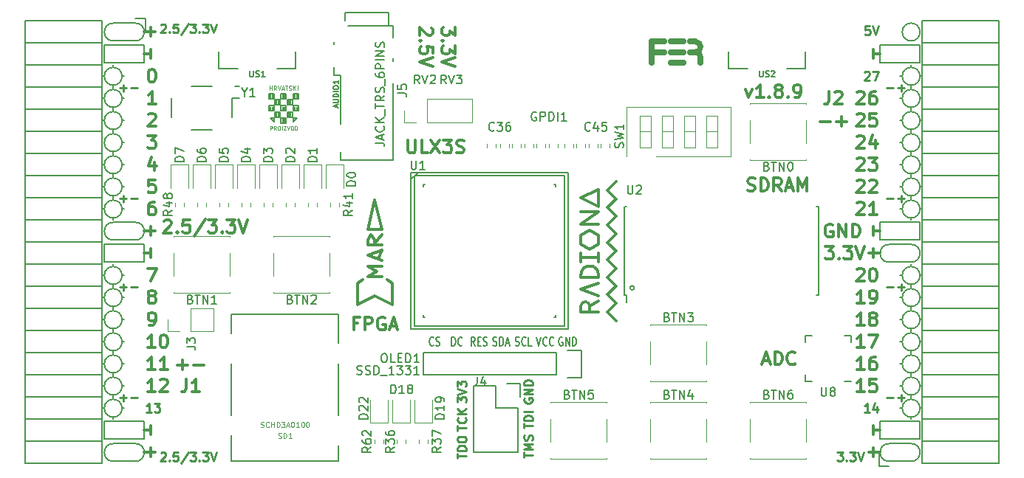
<source format=gto>
G04 #@! TF.GenerationSoftware,KiCad,Pcbnew,5.0.0-rc2+dfsg1-2*
G04 #@! TF.CreationDate,2018-06-06T20:47:01+02:00*
G04 #@! TF.ProjectId,ulx3s,756C7833732E6B696361645F70636200,rev?*
G04 #@! TF.SameCoordinates,Original*
G04 #@! TF.FileFunction,Legend,Top*
G04 #@! TF.FilePolarity,Positive*
%FSLAX46Y46*%
G04 Gerber Fmt 4.6, Leading zero omitted, Abs format (unit mm)*
G04 Created by KiCad (PCBNEW 5.0.0-rc2+dfsg1-2) date Wed Jun  6 20:47:01 2018*
%MOMM*%
%LPD*%
G01*
G04 APERTURE LIST*
%ADD10C,0.300000*%
%ADD11C,0.200000*%
%ADD12C,0.250000*%
%ADD13C,0.150000*%
%ADD14C,0.120000*%
%ADD15C,0.700000*%
%ADD16C,0.152400*%
%ADD17C,0.124460*%
%ADD18C,0.075000*%
G04 APERTURE END LIST*
D10*
X134560428Y-62144714D02*
X134560428Y-63073285D01*
X133989000Y-62573285D01*
X133989000Y-62787571D01*
X133917571Y-62930428D01*
X133846142Y-63001857D01*
X133703285Y-63073285D01*
X133346142Y-63073285D01*
X133203285Y-63001857D01*
X133131857Y-62930428D01*
X133060428Y-62787571D01*
X133060428Y-62359000D01*
X133131857Y-62216142D01*
X133203285Y-62144714D01*
X133203285Y-63716142D02*
X133131857Y-63787571D01*
X133060428Y-63716142D01*
X133131857Y-63644714D01*
X133203285Y-63716142D01*
X133060428Y-63716142D01*
X134560428Y-64287571D02*
X134560428Y-65216142D01*
X133989000Y-64716142D01*
X133989000Y-64930428D01*
X133917571Y-65073285D01*
X133846142Y-65144714D01*
X133703285Y-65216142D01*
X133346142Y-65216142D01*
X133203285Y-65144714D01*
X133131857Y-65073285D01*
X133060428Y-64930428D01*
X133060428Y-64501857D01*
X133131857Y-64359000D01*
X133203285Y-64287571D01*
X134560428Y-65644714D02*
X133060428Y-66144714D01*
X134560428Y-66644714D01*
X131877571Y-62216142D02*
X131949000Y-62287571D01*
X132020428Y-62430428D01*
X132020428Y-62787571D01*
X131949000Y-62930428D01*
X131877571Y-63001857D01*
X131734714Y-63073285D01*
X131591857Y-63073285D01*
X131377571Y-63001857D01*
X130520428Y-62144714D01*
X130520428Y-63073285D01*
X130663285Y-63716142D02*
X130591857Y-63787571D01*
X130520428Y-63716142D01*
X130591857Y-63644714D01*
X130663285Y-63716142D01*
X130520428Y-63716142D01*
X132020428Y-65144714D02*
X132020428Y-64430428D01*
X131306142Y-64359000D01*
X131377571Y-64430428D01*
X131449000Y-64573285D01*
X131449000Y-64930428D01*
X131377571Y-65073285D01*
X131306142Y-65144714D01*
X131163285Y-65216142D01*
X130806142Y-65216142D01*
X130663285Y-65144714D01*
X130591857Y-65073285D01*
X130520428Y-64930428D01*
X130520428Y-64573285D01*
X130591857Y-64430428D01*
X130663285Y-64359000D01*
X132020428Y-65644714D02*
X130520428Y-66144714D01*
X132020428Y-66644714D01*
X102760000Y-100897142D02*
X103902857Y-100897142D01*
X103331428Y-101468571D02*
X103331428Y-100325714D01*
X104617142Y-100897142D02*
X105760000Y-100897142D01*
X167847714Y-69226571D02*
X168204857Y-70226571D01*
X168562000Y-69226571D01*
X169919142Y-70226571D02*
X169062000Y-70226571D01*
X169490571Y-70226571D02*
X169490571Y-68726571D01*
X169347714Y-68940857D01*
X169204857Y-69083714D01*
X169062000Y-69155142D01*
X170562000Y-70083714D02*
X170633428Y-70155142D01*
X170562000Y-70226571D01*
X170490571Y-70155142D01*
X170562000Y-70083714D01*
X170562000Y-70226571D01*
X171490571Y-69369428D02*
X171347714Y-69298000D01*
X171276285Y-69226571D01*
X171204857Y-69083714D01*
X171204857Y-69012285D01*
X171276285Y-68869428D01*
X171347714Y-68798000D01*
X171490571Y-68726571D01*
X171776285Y-68726571D01*
X171919142Y-68798000D01*
X171990571Y-68869428D01*
X172062000Y-69012285D01*
X172062000Y-69083714D01*
X171990571Y-69226571D01*
X171919142Y-69298000D01*
X171776285Y-69369428D01*
X171490571Y-69369428D01*
X171347714Y-69440857D01*
X171276285Y-69512285D01*
X171204857Y-69655142D01*
X171204857Y-69940857D01*
X171276285Y-70083714D01*
X171347714Y-70155142D01*
X171490571Y-70226571D01*
X171776285Y-70226571D01*
X171919142Y-70155142D01*
X171990571Y-70083714D01*
X172062000Y-69940857D01*
X172062000Y-69655142D01*
X171990571Y-69512285D01*
X171919142Y-69440857D01*
X171776285Y-69369428D01*
X172704857Y-70083714D02*
X172776285Y-70155142D01*
X172704857Y-70226571D01*
X172633428Y-70155142D01*
X172704857Y-70083714D01*
X172704857Y-70226571D01*
X173490571Y-70226571D02*
X173776285Y-70226571D01*
X173919142Y-70155142D01*
X173990571Y-70083714D01*
X174133428Y-69869428D01*
X174204857Y-69583714D01*
X174204857Y-69012285D01*
X174133428Y-68869428D01*
X174062000Y-68798000D01*
X173919142Y-68726571D01*
X173633428Y-68726571D01*
X173490571Y-68798000D01*
X173419142Y-68869428D01*
X173347714Y-69012285D01*
X173347714Y-69369428D01*
X173419142Y-69512285D01*
X173490571Y-69583714D01*
X173633428Y-69655142D01*
X173919142Y-69655142D01*
X174062000Y-69583714D01*
X174133428Y-69512285D01*
X174204857Y-69369428D01*
X182492000Y-87582000D02*
X182492000Y-88598000D01*
X181984000Y-88090000D02*
X183254000Y-88090000D01*
X182492000Y-110442000D02*
X182492000Y-111458000D01*
X183254000Y-110950000D02*
X181984000Y-110950000D01*
X99688000Y-110442000D02*
X99688000Y-111458000D01*
X98926000Y-110950000D02*
X100196000Y-110950000D01*
X99688000Y-62182000D02*
X99688000Y-63198000D01*
X98926000Y-62690000D02*
X100196000Y-62690000D01*
X99688000Y-85042000D02*
X99688000Y-86058000D01*
X98926000Y-85550000D02*
X100196000Y-85550000D01*
D11*
X97910000Y-63706000D02*
G75*
G03X97910000Y-61674000I0J1016000D01*
G01*
X184270000Y-109934000D02*
G75*
G03X184270000Y-111966000I0J-1016000D01*
G01*
X95370000Y-111966000D02*
X97910000Y-111966000D01*
X95370000Y-109934000D02*
X97910000Y-109934000D01*
X97910000Y-111966000D02*
G75*
G03X97910000Y-109934000I0J1016000D01*
G01*
X95370000Y-109934000D02*
G75*
G03X95370000Y-111966000I0J-1016000D01*
G01*
X95370000Y-61674000D02*
X97910000Y-61674000D01*
X95370000Y-63706000D02*
X97910000Y-63706000D01*
X95370000Y-61674000D02*
G75*
G03X95370000Y-63706000I0J-1016000D01*
G01*
X95370000Y-84534000D02*
X97910000Y-84534000D01*
X95370000Y-86566000D02*
X97910000Y-86566000D01*
X95370000Y-84534000D02*
G75*
G03X95370000Y-86566000I0J-1016000D01*
G01*
X97910000Y-86566000D02*
G75*
G03X97910000Y-84534000I0J1016000D01*
G01*
X187826000Y-62690000D02*
G75*
G03X187826000Y-62690000I-1016000J0D01*
G01*
X184270000Y-89106000D02*
X186810000Y-89106000D01*
X184270000Y-87074000D02*
X186810000Y-87074000D01*
X184270000Y-87074000D02*
G75*
G03X184270000Y-89106000I0J-1016000D01*
G01*
X186810000Y-89106000D02*
G75*
G03X186810000Y-87074000I0J1016000D01*
G01*
X186810000Y-111966000D02*
X184270000Y-111966000D01*
X186810000Y-109934000D02*
X184270000Y-109934000D01*
X186810000Y-111966000D02*
G75*
G03X186810000Y-109934000I0J1016000D01*
G01*
X94354000Y-66246000D02*
X94354000Y-64214000D01*
X98926000Y-66246000D02*
X94354000Y-66246000D01*
X98926000Y-64214000D02*
X98926000Y-66246000D01*
X94354000Y-64214000D02*
X98926000Y-64214000D01*
X94354000Y-87074000D02*
X98926000Y-87074000D01*
X94354000Y-89106000D02*
X94354000Y-87074000D01*
X98926000Y-89106000D02*
X94354000Y-89106000D01*
X98926000Y-87074000D02*
X98926000Y-89106000D01*
X94354000Y-109426000D02*
X98926000Y-109426000D01*
X94354000Y-107394000D02*
X94354000Y-109426000D01*
X98926000Y-107394000D02*
X94354000Y-107394000D01*
X98926000Y-109426000D02*
X98926000Y-107394000D01*
X183254000Y-109426000D02*
X187826000Y-109426000D01*
X183254000Y-107394000D02*
X183254000Y-109426000D01*
X187826000Y-107394000D02*
X187826000Y-109426000D01*
X183254000Y-107394000D02*
X187826000Y-107394000D01*
X183254000Y-66246000D02*
X187826000Y-66246000D01*
X183254000Y-64214000D02*
X183254000Y-66246000D01*
X187826000Y-64214000D02*
X183254000Y-64214000D01*
X187826000Y-66246000D02*
X187826000Y-64214000D01*
X183254000Y-84534000D02*
X187826000Y-84534000D01*
X183254000Y-86566000D02*
X183254000Y-84534000D01*
X187826000Y-86566000D02*
X183254000Y-86566000D01*
X187826000Y-84534000D02*
X187826000Y-86566000D01*
D12*
X96148000Y-69111428D02*
X96909904Y-69111428D01*
X96528952Y-69492380D02*
X96528952Y-68730476D01*
X97386095Y-69111428D02*
X98148000Y-69111428D01*
X96148000Y-81811428D02*
X96909904Y-81811428D01*
X96528952Y-82192380D02*
X96528952Y-81430476D01*
X97386095Y-81811428D02*
X98148000Y-81811428D01*
X96148000Y-91971428D02*
X96909904Y-91971428D01*
X96528952Y-92352380D02*
X96528952Y-91590476D01*
X97386095Y-91971428D02*
X98148000Y-91971428D01*
X96148000Y-104671428D02*
X96909904Y-104671428D01*
X96528952Y-105052380D02*
X96528952Y-104290476D01*
X97386095Y-104671428D02*
X98148000Y-104671428D01*
X184032000Y-104671428D02*
X184793904Y-104671428D01*
X185270095Y-104671428D02*
X186032000Y-104671428D01*
X185651047Y-105052380D02*
X185651047Y-104290476D01*
X184032000Y-91971428D02*
X184793904Y-91971428D01*
X185270095Y-91971428D02*
X186032000Y-91971428D01*
X185651047Y-92352380D02*
X185651047Y-91590476D01*
X184032000Y-81811428D02*
X184793904Y-81811428D01*
X185270095Y-81811428D02*
X186032000Y-81811428D01*
X185651047Y-82192380D02*
X185651047Y-81430476D01*
X184032000Y-69111428D02*
X184793904Y-69111428D01*
X185270095Y-69111428D02*
X186032000Y-69111428D01*
X185651047Y-69492380D02*
X185651047Y-68730476D01*
D10*
X176420000Y-72957142D02*
X177562857Y-72957142D01*
X178277142Y-72957142D02*
X179420000Y-72957142D01*
X178848571Y-73528571D02*
X178848571Y-72385714D01*
D11*
X187826000Y-67770000D02*
G75*
G03X187826000Y-67770000I-1016000J0D01*
G01*
X187826000Y-70310000D02*
G75*
G03X187826000Y-70310000I-1016000J0D01*
G01*
X187826000Y-72850000D02*
G75*
G03X187826000Y-72850000I-1016000J0D01*
G01*
X187826000Y-75390000D02*
G75*
G03X187826000Y-75390000I-1016000J0D01*
G01*
X187826000Y-77930000D02*
G75*
G03X187826000Y-77930000I-1016000J0D01*
G01*
X187826000Y-80470000D02*
G75*
G03X187826000Y-80470000I-1016000J0D01*
G01*
X187826000Y-83010000D02*
G75*
G03X187826000Y-83010000I-1016000J0D01*
G01*
X187826000Y-90630000D02*
G75*
G03X187826000Y-90630000I-1016000J0D01*
G01*
X187826000Y-93170000D02*
G75*
G03X187826000Y-93170000I-1016000J0D01*
G01*
X187826000Y-95710000D02*
G75*
G03X187826000Y-95710000I-1016000J0D01*
G01*
X187826000Y-98250000D02*
G75*
G03X187826000Y-98250000I-1016000J0D01*
G01*
X187826000Y-100790000D02*
G75*
G03X187826000Y-100790000I-1016000J0D01*
G01*
X187826000Y-103330000D02*
G75*
G03X187826000Y-103330000I-1016000J0D01*
G01*
X187826000Y-105870000D02*
G75*
G03X187826000Y-105870000I-1016000J0D01*
G01*
X96386000Y-105870000D02*
G75*
G03X96386000Y-105870000I-1016000J0D01*
G01*
X96386000Y-103330000D02*
G75*
G03X96386000Y-103330000I-1016000J0D01*
G01*
X96386000Y-100790000D02*
G75*
G03X96386000Y-100790000I-1016000J0D01*
G01*
X96386000Y-98250000D02*
G75*
G03X96386000Y-98250000I-1016000J0D01*
G01*
X96386000Y-95710000D02*
G75*
G03X96386000Y-95710000I-1016000J0D01*
G01*
X96386000Y-93170000D02*
G75*
G03X96386000Y-93170000I-1016000J0D01*
G01*
X96386000Y-90630000D02*
G75*
G03X96386000Y-90630000I-1016000J0D01*
G01*
X96386000Y-83010000D02*
G75*
G03X96386000Y-83010000I-1016000J0D01*
G01*
X96386000Y-80470000D02*
G75*
G03X96386000Y-80470000I-1016000J0D01*
G01*
X96386000Y-77930000D02*
G75*
G03X96386000Y-77930000I-1016000J0D01*
G01*
X96386000Y-75390000D02*
G75*
G03X96386000Y-75390000I-1016000J0D01*
G01*
X96386000Y-72850000D02*
G75*
G03X96386000Y-72850000I-1016000J0D01*
G01*
X96386000Y-70310000D02*
G75*
G03X96386000Y-70310000I-1016000J0D01*
G01*
X96386000Y-67770000D02*
G75*
G03X96386000Y-67770000I-1016000J0D01*
G01*
D10*
X177793142Y-84800000D02*
X177650285Y-84728571D01*
X177436000Y-84728571D01*
X177221714Y-84800000D01*
X177078857Y-84942857D01*
X177007428Y-85085714D01*
X176936000Y-85371428D01*
X176936000Y-85585714D01*
X177007428Y-85871428D01*
X177078857Y-86014285D01*
X177221714Y-86157142D01*
X177436000Y-86228571D01*
X177578857Y-86228571D01*
X177793142Y-86157142D01*
X177864571Y-86085714D01*
X177864571Y-85585714D01*
X177578857Y-85585714D01*
X178507428Y-86228571D02*
X178507428Y-84728571D01*
X179364571Y-86228571D01*
X179364571Y-84728571D01*
X180078857Y-86228571D02*
X180078857Y-84728571D01*
X180436000Y-84728571D01*
X180650285Y-84800000D01*
X180793142Y-84942857D01*
X180864571Y-85085714D01*
X180936000Y-85371428D01*
X180936000Y-85585714D01*
X180864571Y-85871428D01*
X180793142Y-86014285D01*
X180650285Y-86157142D01*
X180436000Y-86228571D01*
X180078857Y-86228571D01*
X182492000Y-86058000D02*
X182492000Y-85042000D01*
X183254000Y-85550000D02*
X182492000Y-85550000D01*
X182492000Y-107902000D02*
X182492000Y-108918000D01*
X182492000Y-108410000D02*
X183254000Y-108410000D01*
D12*
X182047523Y-106322380D02*
X181476095Y-106322380D01*
X181761809Y-106322380D02*
X181761809Y-105322380D01*
X181666571Y-105465238D01*
X181571333Y-105560476D01*
X181476095Y-105608095D01*
X182904666Y-105655714D02*
X182904666Y-106322380D01*
X182666571Y-105274761D02*
X182428476Y-105989047D01*
X183047523Y-105989047D01*
X181476095Y-67317619D02*
X181523714Y-67270000D01*
X181618952Y-67222380D01*
X181857047Y-67222380D01*
X181952285Y-67270000D01*
X181999904Y-67317619D01*
X182047523Y-67412857D01*
X182047523Y-67508095D01*
X181999904Y-67650952D01*
X181428476Y-68222380D01*
X182047523Y-68222380D01*
X182380857Y-67222380D02*
X183047523Y-67222380D01*
X182618952Y-68222380D01*
D10*
X182492000Y-64722000D02*
X182492000Y-65738000D01*
X182492000Y-65230000D02*
X183254000Y-65230000D01*
X99688000Y-107902000D02*
X99688000Y-108918000D01*
X98926000Y-108410000D02*
X99688000Y-108410000D01*
X99315000Y-74568571D02*
X100243571Y-74568571D01*
X99743571Y-75140000D01*
X99957857Y-75140000D01*
X100100714Y-75211428D01*
X100172142Y-75282857D01*
X100243571Y-75425714D01*
X100243571Y-75782857D01*
X100172142Y-75925714D01*
X100100714Y-75997142D01*
X99957857Y-76068571D01*
X99529285Y-76068571D01*
X99386428Y-75997142D01*
X99315000Y-75925714D01*
X100100714Y-77608571D02*
X100100714Y-78608571D01*
X99743571Y-77037142D02*
X99386428Y-78108571D01*
X100315000Y-78108571D01*
X100172142Y-79648571D02*
X99457857Y-79648571D01*
X99386428Y-80362857D01*
X99457857Y-80291428D01*
X99600714Y-80220000D01*
X99957857Y-80220000D01*
X100100714Y-80291428D01*
X100172142Y-80362857D01*
X100243571Y-80505714D01*
X100243571Y-80862857D01*
X100172142Y-81005714D01*
X100100714Y-81077142D01*
X99957857Y-81148571D01*
X99600714Y-81148571D01*
X99457857Y-81077142D01*
X99386428Y-81005714D01*
D12*
X99751523Y-106322380D02*
X99180095Y-106322380D01*
X99465809Y-106322380D02*
X99465809Y-105322380D01*
X99370571Y-105465238D01*
X99275333Y-105560476D01*
X99180095Y-105608095D01*
X100084857Y-105322380D02*
X100703904Y-105322380D01*
X100370571Y-105703333D01*
X100513428Y-105703333D01*
X100608666Y-105750952D01*
X100656285Y-105798571D01*
X100703904Y-105893809D01*
X100703904Y-106131904D01*
X100656285Y-106227142D01*
X100608666Y-106274761D01*
X100513428Y-106322380D01*
X100227714Y-106322380D01*
X100132476Y-106274761D01*
X100084857Y-106227142D01*
D10*
X99315000Y-89808571D02*
X100315000Y-89808571D01*
X99672142Y-91308571D01*
X99688000Y-87582000D02*
X99688000Y-88598000D01*
X98926000Y-88090000D02*
X99688000Y-88090000D01*
X99688000Y-64722000D02*
X99688000Y-65738000D01*
X98926000Y-65230000D02*
X99688000Y-65230000D01*
D12*
X100817976Y-61874619D02*
X100865595Y-61827000D01*
X100960833Y-61779380D01*
X101198928Y-61779380D01*
X101294166Y-61827000D01*
X101341785Y-61874619D01*
X101389404Y-61969857D01*
X101389404Y-62065095D01*
X101341785Y-62207952D01*
X100770357Y-62779380D01*
X101389404Y-62779380D01*
X101817976Y-62684142D02*
X101865595Y-62731761D01*
X101817976Y-62779380D01*
X101770357Y-62731761D01*
X101817976Y-62684142D01*
X101817976Y-62779380D01*
X102770357Y-61779380D02*
X102294166Y-61779380D01*
X102246547Y-62255571D01*
X102294166Y-62207952D01*
X102389404Y-62160333D01*
X102627500Y-62160333D01*
X102722738Y-62207952D01*
X102770357Y-62255571D01*
X102817976Y-62350809D01*
X102817976Y-62588904D01*
X102770357Y-62684142D01*
X102722738Y-62731761D01*
X102627500Y-62779380D01*
X102389404Y-62779380D01*
X102294166Y-62731761D01*
X102246547Y-62684142D01*
X103960833Y-61731761D02*
X103103690Y-63017476D01*
X104198928Y-61779380D02*
X104817976Y-61779380D01*
X104484642Y-62160333D01*
X104627500Y-62160333D01*
X104722738Y-62207952D01*
X104770357Y-62255571D01*
X104817976Y-62350809D01*
X104817976Y-62588904D01*
X104770357Y-62684142D01*
X104722738Y-62731761D01*
X104627500Y-62779380D01*
X104341785Y-62779380D01*
X104246547Y-62731761D01*
X104198928Y-62684142D01*
X105246547Y-62684142D02*
X105294166Y-62731761D01*
X105246547Y-62779380D01*
X105198928Y-62731761D01*
X105246547Y-62684142D01*
X105246547Y-62779380D01*
X105627500Y-61779380D02*
X106246547Y-61779380D01*
X105913214Y-62160333D01*
X106056071Y-62160333D01*
X106151309Y-62207952D01*
X106198928Y-62255571D01*
X106246547Y-62350809D01*
X106246547Y-62588904D01*
X106198928Y-62684142D01*
X106151309Y-62731761D01*
X106056071Y-62779380D01*
X105770357Y-62779380D01*
X105675119Y-62731761D01*
X105627500Y-62684142D01*
X106532261Y-61779380D02*
X106865595Y-62779380D01*
X107198928Y-61779380D01*
X178360261Y-110910380D02*
X178979309Y-110910380D01*
X178645976Y-111291333D01*
X178788833Y-111291333D01*
X178884071Y-111338952D01*
X178931690Y-111386571D01*
X178979309Y-111481809D01*
X178979309Y-111719904D01*
X178931690Y-111815142D01*
X178884071Y-111862761D01*
X178788833Y-111910380D01*
X178503119Y-111910380D01*
X178407880Y-111862761D01*
X178360261Y-111815142D01*
X179407880Y-111815142D02*
X179455500Y-111862761D01*
X179407880Y-111910380D01*
X179360261Y-111862761D01*
X179407880Y-111815142D01*
X179407880Y-111910380D01*
X179788833Y-110910380D02*
X180407880Y-110910380D01*
X180074547Y-111291333D01*
X180217404Y-111291333D01*
X180312642Y-111338952D01*
X180360261Y-111386571D01*
X180407880Y-111481809D01*
X180407880Y-111719904D01*
X180360261Y-111815142D01*
X180312642Y-111862761D01*
X180217404Y-111910380D01*
X179931690Y-111910380D01*
X179836452Y-111862761D01*
X179788833Y-111815142D01*
X180693595Y-110910380D02*
X181026928Y-111910380D01*
X181360261Y-110910380D01*
D10*
X101199714Y-84381428D02*
X101271142Y-84310000D01*
X101414000Y-84238571D01*
X101771142Y-84238571D01*
X101914000Y-84310000D01*
X101985428Y-84381428D01*
X102056857Y-84524285D01*
X102056857Y-84667142D01*
X101985428Y-84881428D01*
X101128285Y-85738571D01*
X102056857Y-85738571D01*
X102699714Y-85595714D02*
X102771142Y-85667142D01*
X102699714Y-85738571D01*
X102628285Y-85667142D01*
X102699714Y-85595714D01*
X102699714Y-85738571D01*
X104128285Y-84238571D02*
X103414000Y-84238571D01*
X103342571Y-84952857D01*
X103414000Y-84881428D01*
X103556857Y-84810000D01*
X103914000Y-84810000D01*
X104056857Y-84881428D01*
X104128285Y-84952857D01*
X104199714Y-85095714D01*
X104199714Y-85452857D01*
X104128285Y-85595714D01*
X104056857Y-85667142D01*
X103914000Y-85738571D01*
X103556857Y-85738571D01*
X103414000Y-85667142D01*
X103342571Y-85595714D01*
X105914000Y-84167142D02*
X104628285Y-86095714D01*
X106271142Y-84238571D02*
X107199714Y-84238571D01*
X106699714Y-84810000D01*
X106914000Y-84810000D01*
X107056857Y-84881428D01*
X107128285Y-84952857D01*
X107199714Y-85095714D01*
X107199714Y-85452857D01*
X107128285Y-85595714D01*
X107056857Y-85667142D01*
X106914000Y-85738571D01*
X106485428Y-85738571D01*
X106342571Y-85667142D01*
X106271142Y-85595714D01*
X107842571Y-85595714D02*
X107914000Y-85667142D01*
X107842571Y-85738571D01*
X107771142Y-85667142D01*
X107842571Y-85595714D01*
X107842571Y-85738571D01*
X108414000Y-84238571D02*
X109342571Y-84238571D01*
X108842571Y-84810000D01*
X109056857Y-84810000D01*
X109199714Y-84881428D01*
X109271142Y-84952857D01*
X109342571Y-85095714D01*
X109342571Y-85452857D01*
X109271142Y-85595714D01*
X109199714Y-85667142D01*
X109056857Y-85738571D01*
X108628285Y-85738571D01*
X108485428Y-85667142D01*
X108414000Y-85595714D01*
X109771142Y-84238571D02*
X110271142Y-85738571D01*
X110771142Y-84238571D01*
D12*
X100817976Y-111023619D02*
X100865595Y-110976000D01*
X100960833Y-110928380D01*
X101198928Y-110928380D01*
X101294166Y-110976000D01*
X101341785Y-111023619D01*
X101389404Y-111118857D01*
X101389404Y-111214095D01*
X101341785Y-111356952D01*
X100770357Y-111928380D01*
X101389404Y-111928380D01*
X101817976Y-111833142D02*
X101865595Y-111880761D01*
X101817976Y-111928380D01*
X101770357Y-111880761D01*
X101817976Y-111833142D01*
X101817976Y-111928380D01*
X102770357Y-110928380D02*
X102294166Y-110928380D01*
X102246547Y-111404571D01*
X102294166Y-111356952D01*
X102389404Y-111309333D01*
X102627500Y-111309333D01*
X102722738Y-111356952D01*
X102770357Y-111404571D01*
X102817976Y-111499809D01*
X102817976Y-111737904D01*
X102770357Y-111833142D01*
X102722738Y-111880761D01*
X102627500Y-111928380D01*
X102389404Y-111928380D01*
X102294166Y-111880761D01*
X102246547Y-111833142D01*
X103960833Y-110880761D02*
X103103690Y-112166476D01*
X104198928Y-110928380D02*
X104817976Y-110928380D01*
X104484642Y-111309333D01*
X104627500Y-111309333D01*
X104722738Y-111356952D01*
X104770357Y-111404571D01*
X104817976Y-111499809D01*
X104817976Y-111737904D01*
X104770357Y-111833142D01*
X104722738Y-111880761D01*
X104627500Y-111928380D01*
X104341785Y-111928380D01*
X104246547Y-111880761D01*
X104198928Y-111833142D01*
X105246547Y-111833142D02*
X105294166Y-111880761D01*
X105246547Y-111928380D01*
X105198928Y-111880761D01*
X105246547Y-111833142D01*
X105246547Y-111928380D01*
X105627500Y-110928380D02*
X106246547Y-110928380D01*
X105913214Y-111309333D01*
X106056071Y-111309333D01*
X106151309Y-111356952D01*
X106198928Y-111404571D01*
X106246547Y-111499809D01*
X106246547Y-111737904D01*
X106198928Y-111833142D01*
X106151309Y-111880761D01*
X106056071Y-111928380D01*
X105770357Y-111928380D01*
X105675119Y-111880761D01*
X105627500Y-111833142D01*
X106532261Y-110928380D02*
X106865595Y-111928380D01*
X107198928Y-110928380D01*
X182047523Y-62015380D02*
X181571333Y-62015380D01*
X181523714Y-62491571D01*
X181571333Y-62443952D01*
X181666571Y-62396333D01*
X181904666Y-62396333D01*
X181999904Y-62443952D01*
X182047523Y-62491571D01*
X182095142Y-62586809D01*
X182095142Y-62824904D01*
X182047523Y-62920142D01*
X181999904Y-62967761D01*
X181904666Y-63015380D01*
X181666571Y-63015380D01*
X181571333Y-62967761D01*
X181523714Y-62920142D01*
X182380857Y-62015380D02*
X182714190Y-63015380D01*
X183047523Y-62015380D01*
D10*
X180587142Y-69631428D02*
X180658571Y-69560000D01*
X180801428Y-69488571D01*
X181158571Y-69488571D01*
X181301428Y-69560000D01*
X181372857Y-69631428D01*
X181444285Y-69774285D01*
X181444285Y-69917142D01*
X181372857Y-70131428D01*
X180515714Y-70988571D01*
X181444285Y-70988571D01*
X182730000Y-69488571D02*
X182444285Y-69488571D01*
X182301428Y-69560000D01*
X182230000Y-69631428D01*
X182087142Y-69845714D01*
X182015714Y-70131428D01*
X182015714Y-70702857D01*
X182087142Y-70845714D01*
X182158571Y-70917142D01*
X182301428Y-70988571D01*
X182587142Y-70988571D01*
X182730000Y-70917142D01*
X182801428Y-70845714D01*
X182872857Y-70702857D01*
X182872857Y-70345714D01*
X182801428Y-70202857D01*
X182730000Y-70131428D01*
X182587142Y-70060000D01*
X182301428Y-70060000D01*
X182158571Y-70131428D01*
X182087142Y-70202857D01*
X182015714Y-70345714D01*
X180587142Y-72171428D02*
X180658571Y-72100000D01*
X180801428Y-72028571D01*
X181158571Y-72028571D01*
X181301428Y-72100000D01*
X181372857Y-72171428D01*
X181444285Y-72314285D01*
X181444285Y-72457142D01*
X181372857Y-72671428D01*
X180515714Y-73528571D01*
X181444285Y-73528571D01*
X182801428Y-72028571D02*
X182087142Y-72028571D01*
X182015714Y-72742857D01*
X182087142Y-72671428D01*
X182230000Y-72600000D01*
X182587142Y-72600000D01*
X182730000Y-72671428D01*
X182801428Y-72742857D01*
X182872857Y-72885714D01*
X182872857Y-73242857D01*
X182801428Y-73385714D01*
X182730000Y-73457142D01*
X182587142Y-73528571D01*
X182230000Y-73528571D01*
X182087142Y-73457142D01*
X182015714Y-73385714D01*
X180587142Y-74711428D02*
X180658571Y-74640000D01*
X180801428Y-74568571D01*
X181158571Y-74568571D01*
X181301428Y-74640000D01*
X181372857Y-74711428D01*
X181444285Y-74854285D01*
X181444285Y-74997142D01*
X181372857Y-75211428D01*
X180515714Y-76068571D01*
X181444285Y-76068571D01*
X182730000Y-75068571D02*
X182730000Y-76068571D01*
X182372857Y-74497142D02*
X182015714Y-75568571D01*
X182944285Y-75568571D01*
X180587142Y-77251428D02*
X180658571Y-77180000D01*
X180801428Y-77108571D01*
X181158571Y-77108571D01*
X181301428Y-77180000D01*
X181372857Y-77251428D01*
X181444285Y-77394285D01*
X181444285Y-77537142D01*
X181372857Y-77751428D01*
X180515714Y-78608571D01*
X181444285Y-78608571D01*
X181944285Y-77108571D02*
X182872857Y-77108571D01*
X182372857Y-77680000D01*
X182587142Y-77680000D01*
X182730000Y-77751428D01*
X182801428Y-77822857D01*
X182872857Y-77965714D01*
X182872857Y-78322857D01*
X182801428Y-78465714D01*
X182730000Y-78537142D01*
X182587142Y-78608571D01*
X182158571Y-78608571D01*
X182015714Y-78537142D01*
X181944285Y-78465714D01*
X180587142Y-79791428D02*
X180658571Y-79720000D01*
X180801428Y-79648571D01*
X181158571Y-79648571D01*
X181301428Y-79720000D01*
X181372857Y-79791428D01*
X181444285Y-79934285D01*
X181444285Y-80077142D01*
X181372857Y-80291428D01*
X180515714Y-81148571D01*
X181444285Y-81148571D01*
X182015714Y-79791428D02*
X182087142Y-79720000D01*
X182230000Y-79648571D01*
X182587142Y-79648571D01*
X182730000Y-79720000D01*
X182801428Y-79791428D01*
X182872857Y-79934285D01*
X182872857Y-80077142D01*
X182801428Y-80291428D01*
X181944285Y-81148571D01*
X182872857Y-81148571D01*
X180587142Y-82331428D02*
X180658571Y-82260000D01*
X180801428Y-82188571D01*
X181158571Y-82188571D01*
X181301428Y-82260000D01*
X181372857Y-82331428D01*
X181444285Y-82474285D01*
X181444285Y-82617142D01*
X181372857Y-82831428D01*
X180515714Y-83688571D01*
X181444285Y-83688571D01*
X182872857Y-83688571D02*
X182015714Y-83688571D01*
X182444285Y-83688571D02*
X182444285Y-82188571D01*
X182301428Y-82402857D01*
X182158571Y-82545714D01*
X182015714Y-82617142D01*
X176975714Y-87268571D02*
X177904285Y-87268571D01*
X177404285Y-87840000D01*
X177618571Y-87840000D01*
X177761428Y-87911428D01*
X177832857Y-87982857D01*
X177904285Y-88125714D01*
X177904285Y-88482857D01*
X177832857Y-88625714D01*
X177761428Y-88697142D01*
X177618571Y-88768571D01*
X177190000Y-88768571D01*
X177047142Y-88697142D01*
X176975714Y-88625714D01*
X178547142Y-88625714D02*
X178618571Y-88697142D01*
X178547142Y-88768571D01*
X178475714Y-88697142D01*
X178547142Y-88625714D01*
X178547142Y-88768571D01*
X179118571Y-87268571D02*
X180047142Y-87268571D01*
X179547142Y-87840000D01*
X179761428Y-87840000D01*
X179904285Y-87911428D01*
X179975714Y-87982857D01*
X180047142Y-88125714D01*
X180047142Y-88482857D01*
X179975714Y-88625714D01*
X179904285Y-88697142D01*
X179761428Y-88768571D01*
X179332857Y-88768571D01*
X179190000Y-88697142D01*
X179118571Y-88625714D01*
X180475714Y-87268571D02*
X180975714Y-88768571D01*
X181475714Y-87268571D01*
X180587142Y-89951428D02*
X180658571Y-89880000D01*
X180801428Y-89808571D01*
X181158571Y-89808571D01*
X181301428Y-89880000D01*
X181372857Y-89951428D01*
X181444285Y-90094285D01*
X181444285Y-90237142D01*
X181372857Y-90451428D01*
X180515714Y-91308571D01*
X181444285Y-91308571D01*
X182372857Y-89808571D02*
X182515714Y-89808571D01*
X182658571Y-89880000D01*
X182730000Y-89951428D01*
X182801428Y-90094285D01*
X182872857Y-90380000D01*
X182872857Y-90737142D01*
X182801428Y-91022857D01*
X182730000Y-91165714D01*
X182658571Y-91237142D01*
X182515714Y-91308571D01*
X182372857Y-91308571D01*
X182230000Y-91237142D01*
X182158571Y-91165714D01*
X182087142Y-91022857D01*
X182015714Y-90737142D01*
X182015714Y-90380000D01*
X182087142Y-90094285D01*
X182158571Y-89951428D01*
X182230000Y-89880000D01*
X182372857Y-89808571D01*
X181444285Y-93848571D02*
X180587142Y-93848571D01*
X181015714Y-93848571D02*
X181015714Y-92348571D01*
X180872857Y-92562857D01*
X180730000Y-92705714D01*
X180587142Y-92777142D01*
X182158571Y-93848571D02*
X182444285Y-93848571D01*
X182587142Y-93777142D01*
X182658571Y-93705714D01*
X182801428Y-93491428D01*
X182872857Y-93205714D01*
X182872857Y-92634285D01*
X182801428Y-92491428D01*
X182730000Y-92420000D01*
X182587142Y-92348571D01*
X182301428Y-92348571D01*
X182158571Y-92420000D01*
X182087142Y-92491428D01*
X182015714Y-92634285D01*
X182015714Y-92991428D01*
X182087142Y-93134285D01*
X182158571Y-93205714D01*
X182301428Y-93277142D01*
X182587142Y-93277142D01*
X182730000Y-93205714D01*
X182801428Y-93134285D01*
X182872857Y-92991428D01*
X181444285Y-96388571D02*
X180587142Y-96388571D01*
X181015714Y-96388571D02*
X181015714Y-94888571D01*
X180872857Y-95102857D01*
X180730000Y-95245714D01*
X180587142Y-95317142D01*
X182301428Y-95531428D02*
X182158571Y-95460000D01*
X182087142Y-95388571D01*
X182015714Y-95245714D01*
X182015714Y-95174285D01*
X182087142Y-95031428D01*
X182158571Y-94960000D01*
X182301428Y-94888571D01*
X182587142Y-94888571D01*
X182730000Y-94960000D01*
X182801428Y-95031428D01*
X182872857Y-95174285D01*
X182872857Y-95245714D01*
X182801428Y-95388571D01*
X182730000Y-95460000D01*
X182587142Y-95531428D01*
X182301428Y-95531428D01*
X182158571Y-95602857D01*
X182087142Y-95674285D01*
X182015714Y-95817142D01*
X182015714Y-96102857D01*
X182087142Y-96245714D01*
X182158571Y-96317142D01*
X182301428Y-96388571D01*
X182587142Y-96388571D01*
X182730000Y-96317142D01*
X182801428Y-96245714D01*
X182872857Y-96102857D01*
X182872857Y-95817142D01*
X182801428Y-95674285D01*
X182730000Y-95602857D01*
X182587142Y-95531428D01*
X181444285Y-98928571D02*
X180587142Y-98928571D01*
X181015714Y-98928571D02*
X181015714Y-97428571D01*
X180872857Y-97642857D01*
X180730000Y-97785714D01*
X180587142Y-97857142D01*
X181944285Y-97428571D02*
X182944285Y-97428571D01*
X182301428Y-98928571D01*
X181444285Y-101468571D02*
X180587142Y-101468571D01*
X181015714Y-101468571D02*
X181015714Y-99968571D01*
X180872857Y-100182857D01*
X180730000Y-100325714D01*
X180587142Y-100397142D01*
X182730000Y-99968571D02*
X182444285Y-99968571D01*
X182301428Y-100040000D01*
X182230000Y-100111428D01*
X182087142Y-100325714D01*
X182015714Y-100611428D01*
X182015714Y-101182857D01*
X182087142Y-101325714D01*
X182158571Y-101397142D01*
X182301428Y-101468571D01*
X182587142Y-101468571D01*
X182730000Y-101397142D01*
X182801428Y-101325714D01*
X182872857Y-101182857D01*
X182872857Y-100825714D01*
X182801428Y-100682857D01*
X182730000Y-100611428D01*
X182587142Y-100540000D01*
X182301428Y-100540000D01*
X182158571Y-100611428D01*
X182087142Y-100682857D01*
X182015714Y-100825714D01*
X181444285Y-104008571D02*
X180587142Y-104008571D01*
X181015714Y-104008571D02*
X181015714Y-102508571D01*
X180872857Y-102722857D01*
X180730000Y-102865714D01*
X180587142Y-102937142D01*
X182801428Y-102508571D02*
X182087142Y-102508571D01*
X182015714Y-103222857D01*
X182087142Y-103151428D01*
X182230000Y-103080000D01*
X182587142Y-103080000D01*
X182730000Y-103151428D01*
X182801428Y-103222857D01*
X182872857Y-103365714D01*
X182872857Y-103722857D01*
X182801428Y-103865714D01*
X182730000Y-103937142D01*
X182587142Y-104008571D01*
X182230000Y-104008571D01*
X182087142Y-103937142D01*
X182015714Y-103865714D01*
D11*
X186810000Y-66500000D02*
X186810000Y-66754000D01*
X187826000Y-67770000D02*
X188080000Y-67770000D01*
X185540000Y-67770000D02*
X185794000Y-67770000D01*
X186810000Y-69294000D02*
X186810000Y-68786000D01*
X187826000Y-70310000D02*
X188080000Y-70310000D01*
X185540000Y-70310000D02*
X185794000Y-70310000D01*
X186810000Y-71326000D02*
X186810000Y-71834000D01*
X187826000Y-72850000D02*
X188080000Y-72850000D01*
X185540000Y-72850000D02*
X185794000Y-72850000D01*
X186810000Y-73866000D02*
X186810000Y-74374000D01*
X187826000Y-75390000D02*
X188080000Y-75390000D01*
X185540000Y-75390000D02*
X185794000Y-75390000D01*
X186810000Y-76406000D02*
X186810000Y-76914000D01*
X187826000Y-77930000D02*
X188080000Y-77930000D01*
X185540000Y-77930000D02*
X185794000Y-77930000D01*
X186810000Y-79454000D02*
X186810000Y-78946000D01*
X187826000Y-80470000D02*
X188080000Y-80470000D01*
X185540000Y-80470000D02*
X185794000Y-80470000D01*
X186810000Y-81994000D02*
X186810000Y-81486000D01*
X187826000Y-83010000D02*
X188080000Y-83010000D01*
X185540000Y-83010000D02*
X185794000Y-83010000D01*
X186810000Y-84026000D02*
X186810000Y-84280000D01*
X186810000Y-89360000D02*
X186810000Y-89614000D01*
X187826000Y-90630000D02*
X188080000Y-90630000D01*
X185540000Y-90630000D02*
X185794000Y-90630000D01*
X186810000Y-91646000D02*
X186810000Y-92154000D01*
X187826000Y-93170000D02*
X188080000Y-93170000D01*
X185540000Y-93170000D02*
X185794000Y-93170000D01*
X186810000Y-94186000D02*
X186810000Y-94694000D01*
X187826000Y-95710000D02*
X188080000Y-95710000D01*
X185540000Y-95710000D02*
X185794000Y-95710000D01*
X186810000Y-97234000D02*
X186810000Y-96726000D01*
X187826000Y-98250000D02*
X188080000Y-98250000D01*
X185540000Y-98250000D02*
X185794000Y-98250000D01*
X187826000Y-100790000D02*
X188080000Y-100790000D01*
X185540000Y-100790000D02*
X185794000Y-100790000D01*
X186810000Y-99266000D02*
X186810000Y-99774000D01*
X186810000Y-102314000D02*
X186810000Y-101806000D01*
X187826000Y-103330000D02*
X188080000Y-103330000D01*
X185540000Y-103330000D02*
X185794000Y-103330000D01*
X186810000Y-104346000D02*
X186810000Y-104854000D01*
X185540000Y-105870000D02*
X185794000Y-105870000D01*
X187826000Y-105870000D02*
X188080000Y-105870000D01*
X186810000Y-106886000D02*
X186810000Y-107140000D01*
X95370000Y-66754000D02*
X95370000Y-66500000D01*
X96386000Y-67770000D02*
X96640000Y-67770000D01*
X94100000Y-67770000D02*
X94354000Y-67770000D01*
X95370000Y-68786000D02*
X95370000Y-69294000D01*
X96386000Y-70310000D02*
X96640000Y-70310000D01*
X94100000Y-70310000D02*
X94354000Y-70310000D01*
X95370000Y-71326000D02*
X95370000Y-71834000D01*
X96386000Y-72850000D02*
X96640000Y-72850000D01*
X94100000Y-72850000D02*
X94354000Y-72850000D01*
X95370000Y-73866000D02*
X95370000Y-74374000D01*
X96386000Y-75390000D02*
X96640000Y-75390000D01*
X95370000Y-76406000D02*
X95370000Y-76914000D01*
X96386000Y-77930000D02*
X96640000Y-77930000D01*
X94100000Y-77930000D02*
X94354000Y-77930000D01*
X95370000Y-79454000D02*
X95370000Y-78946000D01*
X96386000Y-80470000D02*
X96640000Y-80470000D01*
X94100000Y-80470000D02*
X94354000Y-80470000D01*
X95370000Y-81486000D02*
X95370000Y-81994000D01*
X96386000Y-83010000D02*
X96640000Y-83010000D01*
X95370000Y-84026000D02*
X95370000Y-84280000D01*
X94100000Y-83010000D02*
X94354000Y-83010000D01*
X95370000Y-106886000D02*
X95370000Y-107140000D01*
X95370000Y-89360000D02*
X95370000Y-89614000D01*
X96386000Y-93170000D02*
X96640000Y-93170000D01*
X94100000Y-93170000D02*
X94354000Y-93170000D01*
X95370000Y-94186000D02*
X95370000Y-94694000D01*
X94100000Y-90630000D02*
X94354000Y-90630000D01*
X96386000Y-90630000D02*
X96640000Y-90630000D01*
X95370000Y-92154000D02*
X95370000Y-91646000D01*
X96386000Y-95710000D02*
X96640000Y-95710000D01*
X94100000Y-95710000D02*
X94354000Y-95710000D01*
X96386000Y-98250000D02*
X96640000Y-98250000D01*
X94354000Y-98250000D02*
X94100000Y-98250000D01*
X95370000Y-96726000D02*
X95370000Y-97234000D01*
X95370000Y-99266000D02*
X95370000Y-99774000D01*
X94100000Y-100790000D02*
X94354000Y-100790000D01*
X96386000Y-100790000D02*
X96640000Y-100790000D01*
X94100000Y-103330000D02*
X94354000Y-103330000D01*
X96386000Y-103330000D02*
X96640000Y-103330000D01*
X95370000Y-101806000D02*
X95370000Y-102314000D01*
X95370000Y-104346000D02*
X95370000Y-104854000D01*
X96386000Y-105870000D02*
X96640000Y-105870000D01*
X94100000Y-105870000D02*
X94354000Y-105870000D01*
D10*
X100164285Y-104008571D02*
X99307142Y-104008571D01*
X99735714Y-104008571D02*
X99735714Y-102508571D01*
X99592857Y-102722857D01*
X99450000Y-102865714D01*
X99307142Y-102937142D01*
X100735714Y-102651428D02*
X100807142Y-102580000D01*
X100950000Y-102508571D01*
X101307142Y-102508571D01*
X101450000Y-102580000D01*
X101521428Y-102651428D01*
X101592857Y-102794285D01*
X101592857Y-102937142D01*
X101521428Y-103151428D01*
X100664285Y-104008571D01*
X101592857Y-104008571D01*
X100164285Y-101468571D02*
X99307142Y-101468571D01*
X99735714Y-101468571D02*
X99735714Y-99968571D01*
X99592857Y-100182857D01*
X99450000Y-100325714D01*
X99307142Y-100397142D01*
X101592857Y-101468571D02*
X100735714Y-101468571D01*
X101164285Y-101468571D02*
X101164285Y-99968571D01*
X101021428Y-100182857D01*
X100878571Y-100325714D01*
X100735714Y-100397142D01*
X100164285Y-98928571D02*
X99307142Y-98928571D01*
X99735714Y-98928571D02*
X99735714Y-97428571D01*
X99592857Y-97642857D01*
X99450000Y-97785714D01*
X99307142Y-97857142D01*
X101092857Y-97428571D02*
X101235714Y-97428571D01*
X101378571Y-97500000D01*
X101450000Y-97571428D01*
X101521428Y-97714285D01*
X101592857Y-98000000D01*
X101592857Y-98357142D01*
X101521428Y-98642857D01*
X101450000Y-98785714D01*
X101378571Y-98857142D01*
X101235714Y-98928571D01*
X101092857Y-98928571D01*
X100950000Y-98857142D01*
X100878571Y-98785714D01*
X100807142Y-98642857D01*
X100735714Y-98357142D01*
X100735714Y-98000000D01*
X100807142Y-97714285D01*
X100878571Y-97571428D01*
X100950000Y-97500000D01*
X101092857Y-97428571D01*
X99529285Y-96388571D02*
X99815000Y-96388571D01*
X99957857Y-96317142D01*
X100029285Y-96245714D01*
X100172142Y-96031428D01*
X100243571Y-95745714D01*
X100243571Y-95174285D01*
X100172142Y-95031428D01*
X100100714Y-94960000D01*
X99957857Y-94888571D01*
X99672142Y-94888571D01*
X99529285Y-94960000D01*
X99457857Y-95031428D01*
X99386428Y-95174285D01*
X99386428Y-95531428D01*
X99457857Y-95674285D01*
X99529285Y-95745714D01*
X99672142Y-95817142D01*
X99957857Y-95817142D01*
X100100714Y-95745714D01*
X100172142Y-95674285D01*
X100243571Y-95531428D01*
X99672142Y-92991428D02*
X99529285Y-92920000D01*
X99457857Y-92848571D01*
X99386428Y-92705714D01*
X99386428Y-92634285D01*
X99457857Y-92491428D01*
X99529285Y-92420000D01*
X99672142Y-92348571D01*
X99957857Y-92348571D01*
X100100714Y-92420000D01*
X100172142Y-92491428D01*
X100243571Y-92634285D01*
X100243571Y-92705714D01*
X100172142Y-92848571D01*
X100100714Y-92920000D01*
X99957857Y-92991428D01*
X99672142Y-92991428D01*
X99529285Y-93062857D01*
X99457857Y-93134285D01*
X99386428Y-93277142D01*
X99386428Y-93562857D01*
X99457857Y-93705714D01*
X99529285Y-93777142D01*
X99672142Y-93848571D01*
X99957857Y-93848571D01*
X100100714Y-93777142D01*
X100172142Y-93705714D01*
X100243571Y-93562857D01*
X100243571Y-93277142D01*
X100172142Y-93134285D01*
X100100714Y-93062857D01*
X99957857Y-92991428D01*
X100100714Y-82188571D02*
X99815000Y-82188571D01*
X99672142Y-82260000D01*
X99600714Y-82331428D01*
X99457857Y-82545714D01*
X99386428Y-82831428D01*
X99386428Y-83402857D01*
X99457857Y-83545714D01*
X99529285Y-83617142D01*
X99672142Y-83688571D01*
X99957857Y-83688571D01*
X100100714Y-83617142D01*
X100172142Y-83545714D01*
X100243571Y-83402857D01*
X100243571Y-83045714D01*
X100172142Y-82902857D01*
X100100714Y-82831428D01*
X99957857Y-82760000D01*
X99672142Y-82760000D01*
X99529285Y-82831428D01*
X99457857Y-82902857D01*
X99386428Y-83045714D01*
X99386428Y-72171428D02*
X99457857Y-72100000D01*
X99600714Y-72028571D01*
X99957857Y-72028571D01*
X100100714Y-72100000D01*
X100172142Y-72171428D01*
X100243571Y-72314285D01*
X100243571Y-72457142D01*
X100172142Y-72671428D01*
X99315000Y-73528571D01*
X100243571Y-73528571D01*
X100243571Y-70988571D02*
X99386428Y-70988571D01*
X99815000Y-70988571D02*
X99815000Y-69488571D01*
X99672142Y-69702857D01*
X99529285Y-69845714D01*
X99386428Y-69917142D01*
X99743571Y-66948571D02*
X99886428Y-66948571D01*
X100029285Y-67020000D01*
X100100714Y-67091428D01*
X100172142Y-67234285D01*
X100243571Y-67520000D01*
X100243571Y-67877142D01*
X100172142Y-68162857D01*
X100100714Y-68305714D01*
X100029285Y-68377142D01*
X99886428Y-68448571D01*
X99743571Y-68448571D01*
X99600714Y-68377142D01*
X99529285Y-68305714D01*
X99457857Y-68162857D01*
X99386428Y-67877142D01*
X99386428Y-67520000D01*
X99457857Y-67234285D01*
X99529285Y-67091428D01*
X99600714Y-67020000D01*
X99743571Y-66948571D01*
X129148428Y-75076571D02*
X129148428Y-76290857D01*
X129219857Y-76433714D01*
X129291285Y-76505142D01*
X129434142Y-76576571D01*
X129719857Y-76576571D01*
X129862714Y-76505142D01*
X129934142Y-76433714D01*
X130005571Y-76290857D01*
X130005571Y-75076571D01*
X131434142Y-76576571D02*
X130719857Y-76576571D01*
X130719857Y-75076571D01*
X131791285Y-75076571D02*
X132791285Y-76576571D01*
X132791285Y-75076571D02*
X131791285Y-76576571D01*
X133219857Y-75076571D02*
X134148428Y-75076571D01*
X133648428Y-75648000D01*
X133862714Y-75648000D01*
X134005571Y-75719428D01*
X134077000Y-75790857D01*
X134148428Y-75933714D01*
X134148428Y-76290857D01*
X134077000Y-76433714D01*
X134005571Y-76505142D01*
X133862714Y-76576571D01*
X133434142Y-76576571D01*
X133291285Y-76505142D01*
X133219857Y-76433714D01*
X134719857Y-76505142D02*
X134934142Y-76576571D01*
X135291285Y-76576571D01*
X135434142Y-76505142D01*
X135505571Y-76433714D01*
X135577000Y-76290857D01*
X135577000Y-76148000D01*
X135505571Y-76005142D01*
X135434142Y-75933714D01*
X135291285Y-75862285D01*
X135005571Y-75790857D01*
X134862714Y-75719428D01*
X134791285Y-75648000D01*
X134719857Y-75505142D01*
X134719857Y-75362285D01*
X134791285Y-75219428D01*
X134862714Y-75148000D01*
X135005571Y-75076571D01*
X135362714Y-75076571D01*
X135577000Y-75148000D01*
X123413428Y-96110857D02*
X122913428Y-96110857D01*
X122913428Y-96896571D02*
X122913428Y-95396571D01*
X123627714Y-95396571D01*
X124199142Y-96896571D02*
X124199142Y-95396571D01*
X124770571Y-95396571D01*
X124913428Y-95468000D01*
X124984857Y-95539428D01*
X125056285Y-95682285D01*
X125056285Y-95896571D01*
X124984857Y-96039428D01*
X124913428Y-96110857D01*
X124770571Y-96182285D01*
X124199142Y-96182285D01*
X126484857Y-95468000D02*
X126342000Y-95396571D01*
X126127714Y-95396571D01*
X125913428Y-95468000D01*
X125770571Y-95610857D01*
X125699142Y-95753714D01*
X125627714Y-96039428D01*
X125627714Y-96253714D01*
X125699142Y-96539428D01*
X125770571Y-96682285D01*
X125913428Y-96825142D01*
X126127714Y-96896571D01*
X126270571Y-96896571D01*
X126484857Y-96825142D01*
X126556285Y-96753714D01*
X126556285Y-96253714D01*
X126270571Y-96253714D01*
X127127714Y-96468000D02*
X127842000Y-96468000D01*
X126984857Y-96896571D02*
X127484857Y-95396571D01*
X127984857Y-96896571D01*
X168077928Y-80886642D02*
X168292214Y-80958071D01*
X168649357Y-80958071D01*
X168792214Y-80886642D01*
X168863642Y-80815214D01*
X168935071Y-80672357D01*
X168935071Y-80529500D01*
X168863642Y-80386642D01*
X168792214Y-80315214D01*
X168649357Y-80243785D01*
X168363642Y-80172357D01*
X168220785Y-80100928D01*
X168149357Y-80029500D01*
X168077928Y-79886642D01*
X168077928Y-79743785D01*
X168149357Y-79600928D01*
X168220785Y-79529500D01*
X168363642Y-79458071D01*
X168720785Y-79458071D01*
X168935071Y-79529500D01*
X169577928Y-80958071D02*
X169577928Y-79458071D01*
X169935071Y-79458071D01*
X170149357Y-79529500D01*
X170292214Y-79672357D01*
X170363642Y-79815214D01*
X170435071Y-80100928D01*
X170435071Y-80315214D01*
X170363642Y-80600928D01*
X170292214Y-80743785D01*
X170149357Y-80886642D01*
X169935071Y-80958071D01*
X169577928Y-80958071D01*
X171935071Y-80958071D02*
X171435071Y-80243785D01*
X171077928Y-80958071D02*
X171077928Y-79458071D01*
X171649357Y-79458071D01*
X171792214Y-79529500D01*
X171863642Y-79600928D01*
X171935071Y-79743785D01*
X171935071Y-79958071D01*
X171863642Y-80100928D01*
X171792214Y-80172357D01*
X171649357Y-80243785D01*
X171077928Y-80243785D01*
X172506500Y-80529500D02*
X173220785Y-80529500D01*
X172363642Y-80958071D02*
X172863642Y-79458071D01*
X173363642Y-80958071D01*
X173863642Y-80958071D02*
X173863642Y-79458071D01*
X174363642Y-80529500D01*
X174863642Y-79458071D01*
X174863642Y-80958071D01*
X169822857Y-100450000D02*
X170537142Y-100450000D01*
X169680000Y-100878571D02*
X170180000Y-99378571D01*
X170680000Y-100878571D01*
X171180000Y-100878571D02*
X171180000Y-99378571D01*
X171537142Y-99378571D01*
X171751428Y-99450000D01*
X171894285Y-99592857D01*
X171965714Y-99735714D01*
X172037142Y-100021428D01*
X172037142Y-100235714D01*
X171965714Y-100521428D01*
X171894285Y-100664285D01*
X171751428Y-100807142D01*
X171537142Y-100878571D01*
X171180000Y-100878571D01*
X173537142Y-100735714D02*
X173465714Y-100807142D01*
X173251428Y-100878571D01*
X173108571Y-100878571D01*
X172894285Y-100807142D01*
X172751428Y-100664285D01*
X172680000Y-100521428D01*
X172608571Y-100235714D01*
X172608571Y-100021428D01*
X172680000Y-99735714D01*
X172751428Y-99592857D01*
X172894285Y-99450000D01*
X173108571Y-99378571D01*
X173251428Y-99378571D01*
X173465714Y-99450000D01*
X173537142Y-99521428D01*
D12*
X142447380Y-111521333D02*
X142447380Y-110949904D01*
X143447380Y-111235619D02*
X142447380Y-111235619D01*
X143447380Y-110616571D02*
X142447380Y-110616571D01*
X143161666Y-110283238D01*
X142447380Y-109949904D01*
X143447380Y-109949904D01*
X143399761Y-109521333D02*
X143447380Y-109378476D01*
X143447380Y-109140380D01*
X143399761Y-109045142D01*
X143352142Y-108997523D01*
X143256904Y-108949904D01*
X143161666Y-108949904D01*
X143066428Y-108997523D01*
X143018809Y-109045142D01*
X142971190Y-109140380D01*
X142923571Y-109330857D01*
X142875952Y-109426095D01*
X142828333Y-109473714D01*
X142733095Y-109521333D01*
X142637857Y-109521333D01*
X142542619Y-109473714D01*
X142495000Y-109426095D01*
X142447380Y-109330857D01*
X142447380Y-109092761D01*
X142495000Y-108949904D01*
X142447380Y-108163809D02*
X142447380Y-107592380D01*
X143447380Y-107878095D02*
X142447380Y-107878095D01*
X143447380Y-107259047D02*
X142447380Y-107259047D01*
X142447380Y-107020952D01*
X142495000Y-106878095D01*
X142590238Y-106782857D01*
X142685476Y-106735238D01*
X142875952Y-106687619D01*
X143018809Y-106687619D01*
X143209285Y-106735238D01*
X143304523Y-106782857D01*
X143399761Y-106878095D01*
X143447380Y-107020952D01*
X143447380Y-107259047D01*
X143447380Y-106259047D02*
X142447380Y-106259047D01*
X142495000Y-104726904D02*
X142447380Y-104822142D01*
X142447380Y-104965000D01*
X142495000Y-105107857D01*
X142590238Y-105203095D01*
X142685476Y-105250714D01*
X142875952Y-105298333D01*
X143018809Y-105298333D01*
X143209285Y-105250714D01*
X143304523Y-105203095D01*
X143399761Y-105107857D01*
X143447380Y-104965000D01*
X143447380Y-104869761D01*
X143399761Y-104726904D01*
X143352142Y-104679285D01*
X143018809Y-104679285D01*
X143018809Y-104869761D01*
X143447380Y-104250714D02*
X142447380Y-104250714D01*
X143447380Y-103679285D01*
X142447380Y-103679285D01*
X143447380Y-103203095D02*
X142447380Y-103203095D01*
X142447380Y-102965000D01*
X142495000Y-102822142D01*
X142590238Y-102726904D01*
X142685476Y-102679285D01*
X142875952Y-102631666D01*
X143018809Y-102631666D01*
X143209285Y-102679285D01*
X143304523Y-102726904D01*
X143399761Y-102822142D01*
X143447380Y-102965000D01*
X143447380Y-103203095D01*
X134827380Y-111624523D02*
X134827380Y-111053095D01*
X135827380Y-111338809D02*
X134827380Y-111338809D01*
X135827380Y-110719761D02*
X134827380Y-110719761D01*
X134827380Y-110481666D01*
X134875000Y-110338809D01*
X134970238Y-110243571D01*
X135065476Y-110195952D01*
X135255952Y-110148333D01*
X135398809Y-110148333D01*
X135589285Y-110195952D01*
X135684523Y-110243571D01*
X135779761Y-110338809D01*
X135827380Y-110481666D01*
X135827380Y-110719761D01*
X134827380Y-109529285D02*
X134827380Y-109338809D01*
X134875000Y-109243571D01*
X134970238Y-109148333D01*
X135160714Y-109100714D01*
X135494047Y-109100714D01*
X135684523Y-109148333D01*
X135779761Y-109243571D01*
X135827380Y-109338809D01*
X135827380Y-109529285D01*
X135779761Y-109624523D01*
X135684523Y-109719761D01*
X135494047Y-109767380D01*
X135160714Y-109767380D01*
X134970238Y-109719761D01*
X134875000Y-109624523D01*
X134827380Y-109529285D01*
X134827380Y-108425714D02*
X134827380Y-107854285D01*
X135827380Y-108140000D02*
X134827380Y-108140000D01*
X135732142Y-106949523D02*
X135779761Y-106997142D01*
X135827380Y-107140000D01*
X135827380Y-107235238D01*
X135779761Y-107378095D01*
X135684523Y-107473333D01*
X135589285Y-107520952D01*
X135398809Y-107568571D01*
X135255952Y-107568571D01*
X135065476Y-107520952D01*
X134970238Y-107473333D01*
X134875000Y-107378095D01*
X134827380Y-107235238D01*
X134827380Y-107140000D01*
X134875000Y-106997142D01*
X134922619Y-106949523D01*
X135827380Y-106520952D02*
X134827380Y-106520952D01*
X135827380Y-105949523D02*
X135255952Y-106378095D01*
X134827380Y-105949523D02*
X135398809Y-106520952D01*
X134827380Y-105203095D02*
X134827380Y-104584047D01*
X135208333Y-104917380D01*
X135208333Y-104774523D01*
X135255952Y-104679285D01*
X135303571Y-104631666D01*
X135398809Y-104584047D01*
X135636904Y-104584047D01*
X135732142Y-104631666D01*
X135779761Y-104679285D01*
X135827380Y-104774523D01*
X135827380Y-105060238D01*
X135779761Y-105155476D01*
X135732142Y-105203095D01*
X134827380Y-104298333D02*
X135827380Y-103965000D01*
X134827380Y-103631666D01*
X134827380Y-103393571D02*
X134827380Y-102774523D01*
X135208333Y-103107857D01*
X135208333Y-102965000D01*
X135255952Y-102869761D01*
X135303571Y-102822142D01*
X135398809Y-102774523D01*
X135636904Y-102774523D01*
X135732142Y-102822142D01*
X135779761Y-102869761D01*
X135827380Y-102965000D01*
X135827380Y-103250714D01*
X135779761Y-103345952D01*
X135732142Y-103393571D01*
D13*
G04 #@! TO.C,US2*
X165900000Y-66925000D02*
X165900000Y-64975000D01*
X168050000Y-66925000D02*
X165900000Y-66925000D01*
X174700000Y-66925000D02*
X172550000Y-66925000D01*
X174700000Y-64925000D02*
X174700000Y-66925000D01*
G04 #@! TO.C,US1*
X107480000Y-66925000D02*
X107480000Y-64975000D01*
X109630000Y-66925000D02*
X107480000Y-66925000D01*
X116280000Y-66925000D02*
X114130000Y-66925000D01*
X116280000Y-64925000D02*
X116280000Y-66925000D01*
G04 #@! TO.C,J1*
X85270000Y-112220000D02*
X94100000Y-112220000D01*
X85270000Y-109680000D02*
X85270000Y-112220000D01*
X94100000Y-109680000D02*
X94100000Y-112220000D01*
X94100000Y-112220000D02*
X85270000Y-112220000D01*
X94100000Y-109680000D02*
X85270000Y-109680000D01*
X94100000Y-107140000D02*
X94100000Y-109680000D01*
X85270000Y-107140000D02*
X85270000Y-109680000D01*
X85270000Y-109680000D02*
X94100000Y-109680000D01*
X85270000Y-91900000D02*
X94100000Y-91900000D01*
X85270000Y-89360000D02*
X85270000Y-91900000D01*
X94100000Y-89360000D02*
X94100000Y-91900000D01*
X94100000Y-91900000D02*
X85270000Y-91900000D01*
X94100000Y-94440000D02*
X85270000Y-94440000D01*
X94100000Y-91900000D02*
X94100000Y-94440000D01*
X85270000Y-91900000D02*
X85270000Y-94440000D01*
X85270000Y-94440000D02*
X94100000Y-94440000D01*
X85270000Y-107140000D02*
X94100000Y-107140000D01*
X85270000Y-104600000D02*
X85270000Y-107140000D01*
X94100000Y-104600000D02*
X94100000Y-107140000D01*
X94100000Y-107140000D02*
X85270000Y-107140000D01*
X94100000Y-104600000D02*
X85270000Y-104600000D01*
X94100000Y-102060000D02*
X94100000Y-104600000D01*
X85270000Y-102060000D02*
X85270000Y-104600000D01*
X85270000Y-104600000D02*
X94100000Y-104600000D01*
X85270000Y-102060000D02*
X94100000Y-102060000D01*
X85270000Y-99520000D02*
X85270000Y-102060000D01*
X94100000Y-99520000D02*
X94100000Y-102060000D01*
X94100000Y-102060000D02*
X85270000Y-102060000D01*
X94100000Y-99520000D02*
X85270000Y-99520000D01*
X94100000Y-96980000D02*
X94100000Y-99520000D01*
X85270000Y-96980000D02*
X85270000Y-99520000D01*
X85270000Y-99520000D02*
X94100000Y-99520000D01*
X85270000Y-96980000D02*
X94100000Y-96980000D01*
X85270000Y-94440000D02*
X85270000Y-96980000D01*
X94100000Y-94440000D02*
X94100000Y-96980000D01*
X94100000Y-96980000D02*
X85270000Y-96980000D01*
X94100000Y-79200000D02*
X85270000Y-79200000D01*
X94100000Y-76660000D02*
X94100000Y-79200000D01*
X85270000Y-76660000D02*
X85270000Y-79200000D01*
X85270000Y-79200000D02*
X94100000Y-79200000D01*
X85270000Y-81740000D02*
X94100000Y-81740000D01*
X85270000Y-79200000D02*
X85270000Y-81740000D01*
X94100000Y-79200000D02*
X94100000Y-81740000D01*
X94100000Y-81740000D02*
X85270000Y-81740000D01*
X94100000Y-84280000D02*
X85270000Y-84280000D01*
X94100000Y-81740000D02*
X94100000Y-84280000D01*
X85270000Y-81740000D02*
X85270000Y-84280000D01*
X85270000Y-84280000D02*
X94100000Y-84280000D01*
X85270000Y-86820000D02*
X94100000Y-86820000D01*
X85270000Y-84280000D02*
X85270000Y-86820000D01*
X94100000Y-84280000D02*
X94100000Y-86820000D01*
X94100000Y-86820000D02*
X85270000Y-86820000D01*
X94100000Y-89360000D02*
X85270000Y-89360000D01*
X94100000Y-86820000D02*
X94100000Y-89360000D01*
X85270000Y-86820000D02*
X85270000Y-89360000D01*
X85270000Y-89360000D02*
X94100000Y-89360000D01*
X85270000Y-76660000D02*
X94100000Y-76660000D01*
X85270000Y-74120000D02*
X85270000Y-76660000D01*
X94100000Y-74120000D02*
X94100000Y-76660000D01*
X94100000Y-76660000D02*
X85270000Y-76660000D01*
X94100000Y-74120000D02*
X85270000Y-74120000D01*
X94100000Y-71580000D02*
X94100000Y-74120000D01*
X85270000Y-71580000D02*
X85270000Y-74120000D01*
X85270000Y-74120000D02*
X94100000Y-74120000D01*
X85270000Y-71580000D02*
X94100000Y-71580000D01*
X85270000Y-69040000D02*
X85270000Y-71580000D01*
X94100000Y-69040000D02*
X94100000Y-71580000D01*
X94100000Y-71580000D02*
X85270000Y-71580000D01*
X94100000Y-69040000D02*
X85270000Y-69040000D01*
X94100000Y-66500000D02*
X94100000Y-69040000D01*
X85270000Y-66500000D02*
X85270000Y-69040000D01*
X85270000Y-69040000D02*
X94100000Y-69040000D01*
X85270000Y-66500000D02*
X94100000Y-66500000D01*
X85270000Y-63960000D02*
X85270000Y-66500000D01*
X94100000Y-63960000D02*
X94100000Y-66500000D01*
X94100000Y-66500000D02*
X85270000Y-66500000D01*
X94100000Y-63960000D02*
X85270000Y-63960000D01*
X94100000Y-61420000D02*
X94100000Y-63960000D01*
X99060000Y-62690000D02*
X99060000Y-61140000D01*
X99060000Y-61140000D02*
X97910000Y-61140000D01*
X94100000Y-61420000D02*
X85270000Y-61420000D01*
X85270000Y-61420000D02*
X85270000Y-63960000D01*
X85270000Y-63960000D02*
X94100000Y-63960000D01*
G04 #@! TO.C,J2*
X196910000Y-61420000D02*
X188080000Y-61420000D01*
X196910000Y-63960000D02*
X196910000Y-61420000D01*
X188080000Y-63960000D02*
X188080000Y-61420000D01*
X188080000Y-61420000D02*
X196910000Y-61420000D01*
X188080000Y-63960000D02*
X196910000Y-63960000D01*
X188080000Y-66500000D02*
X188080000Y-63960000D01*
X196910000Y-66500000D02*
X196910000Y-63960000D01*
X196910000Y-63960000D02*
X188080000Y-63960000D01*
X196910000Y-81740000D02*
X188080000Y-81740000D01*
X196910000Y-84280000D02*
X196910000Y-81740000D01*
X188080000Y-84280000D02*
X188080000Y-81740000D01*
X188080000Y-81740000D02*
X196910000Y-81740000D01*
X188080000Y-79200000D02*
X196910000Y-79200000D01*
X188080000Y-81740000D02*
X188080000Y-79200000D01*
X196910000Y-81740000D02*
X196910000Y-79200000D01*
X196910000Y-79200000D02*
X188080000Y-79200000D01*
X196910000Y-66500000D02*
X188080000Y-66500000D01*
X196910000Y-69040000D02*
X196910000Y-66500000D01*
X188080000Y-69040000D02*
X188080000Y-66500000D01*
X188080000Y-66500000D02*
X196910000Y-66500000D01*
X188080000Y-69040000D02*
X196910000Y-69040000D01*
X188080000Y-71580000D02*
X188080000Y-69040000D01*
X196910000Y-71580000D02*
X196910000Y-69040000D01*
X196910000Y-69040000D02*
X188080000Y-69040000D01*
X196910000Y-71580000D02*
X188080000Y-71580000D01*
X196910000Y-74120000D02*
X196910000Y-71580000D01*
X188080000Y-74120000D02*
X188080000Y-71580000D01*
X188080000Y-71580000D02*
X196910000Y-71580000D01*
X188080000Y-74120000D02*
X196910000Y-74120000D01*
X188080000Y-76660000D02*
X188080000Y-74120000D01*
X196910000Y-76660000D02*
X196910000Y-74120000D01*
X196910000Y-74120000D02*
X188080000Y-74120000D01*
X196910000Y-76660000D02*
X188080000Y-76660000D01*
X196910000Y-79200000D02*
X196910000Y-76660000D01*
X188080000Y-79200000D02*
X188080000Y-76660000D01*
X188080000Y-76660000D02*
X196910000Y-76660000D01*
X188080000Y-94440000D02*
X196910000Y-94440000D01*
X188080000Y-96980000D02*
X188080000Y-94440000D01*
X196910000Y-96980000D02*
X196910000Y-94440000D01*
X196910000Y-94440000D02*
X188080000Y-94440000D01*
X196910000Y-91900000D02*
X188080000Y-91900000D01*
X196910000Y-94440000D02*
X196910000Y-91900000D01*
X188080000Y-94440000D02*
X188080000Y-91900000D01*
X188080000Y-91900000D02*
X196910000Y-91900000D01*
X188080000Y-89360000D02*
X196910000Y-89360000D01*
X188080000Y-91900000D02*
X188080000Y-89360000D01*
X196910000Y-91900000D02*
X196910000Y-89360000D01*
X196910000Y-89360000D02*
X188080000Y-89360000D01*
X196910000Y-86820000D02*
X188080000Y-86820000D01*
X196910000Y-89360000D02*
X196910000Y-86820000D01*
X188080000Y-89360000D02*
X188080000Y-86820000D01*
X188080000Y-86820000D02*
X196910000Y-86820000D01*
X188080000Y-84280000D02*
X196910000Y-84280000D01*
X188080000Y-86820000D02*
X188080000Y-84280000D01*
X196910000Y-86820000D02*
X196910000Y-84280000D01*
X196910000Y-84280000D02*
X188080000Y-84280000D01*
X196910000Y-96980000D02*
X188080000Y-96980000D01*
X196910000Y-99520000D02*
X196910000Y-96980000D01*
X188080000Y-99520000D02*
X188080000Y-96980000D01*
X188080000Y-96980000D02*
X196910000Y-96980000D01*
X188080000Y-99520000D02*
X196910000Y-99520000D01*
X188080000Y-102060000D02*
X188080000Y-99520000D01*
X196910000Y-102060000D02*
X196910000Y-99520000D01*
X196910000Y-99520000D02*
X188080000Y-99520000D01*
X196910000Y-102060000D02*
X188080000Y-102060000D01*
X196910000Y-104600000D02*
X196910000Y-102060000D01*
X188080000Y-104600000D02*
X188080000Y-102060000D01*
X188080000Y-102060000D02*
X196910000Y-102060000D01*
X188080000Y-104600000D02*
X196910000Y-104600000D01*
X188080000Y-107140000D02*
X188080000Y-104600000D01*
X196910000Y-107140000D02*
X196910000Y-104600000D01*
X196910000Y-104600000D02*
X188080000Y-104600000D01*
X196910000Y-107140000D02*
X188080000Y-107140000D01*
X196910000Y-109680000D02*
X196910000Y-107140000D01*
X188080000Y-109680000D02*
X188080000Y-107140000D01*
X188080000Y-107140000D02*
X196910000Y-107140000D01*
X188080000Y-109680000D02*
X196910000Y-109680000D01*
X188080000Y-112220000D02*
X188080000Y-109680000D01*
X183120000Y-110950000D02*
X183120000Y-112500000D01*
X183120000Y-112500000D02*
X184270000Y-112500000D01*
X188080000Y-112220000D02*
X196910000Y-112220000D01*
X196910000Y-112220000D02*
X196910000Y-109680000D01*
X196910000Y-109680000D02*
X188080000Y-109680000D01*
G04 #@! TO.C,J4*
X141725000Y-110950000D02*
X141725000Y-105870000D01*
X142005000Y-103050000D02*
X142005000Y-104600000D01*
X139185000Y-103330000D02*
X139185000Y-105870000D01*
X139185000Y-105870000D02*
X141725000Y-105870000D01*
X141725000Y-110950000D02*
X136645000Y-110950000D01*
X136645000Y-110950000D02*
X136645000Y-105870000D01*
X142005000Y-103050000D02*
X140455000Y-103050000D01*
X136645000Y-103330000D02*
X139185000Y-103330000D01*
X136645000Y-105870000D02*
X136645000Y-103330000D01*
G04 #@! TO.C,U8*
X174660000Y-102780000D02*
X174660000Y-102030000D01*
X179910000Y-97530000D02*
X179910000Y-98280000D01*
X174660000Y-97530000D02*
X174660000Y-98280000D01*
X179910000Y-102780000D02*
X179160000Y-102780000D01*
X179910000Y-97530000D02*
X179160000Y-97530000D01*
X174660000Y-97530000D02*
X175410000Y-97530000D01*
X174660000Y-102780000D02*
X175410000Y-102780000D01*
G04 #@! TO.C,OLED1*
X146170000Y-99520000D02*
X130930000Y-99520000D01*
X130930000Y-99520000D02*
X130930000Y-102060000D01*
X130930000Y-102060000D02*
X146170000Y-102060000D01*
X148990000Y-99240000D02*
X147440000Y-99240000D01*
X146170000Y-99520000D02*
X146170000Y-102060000D01*
X147440000Y-102340000D02*
X148990000Y-102340000D01*
X148990000Y-102340000D02*
X148990000Y-99240000D01*
D14*
G04 #@! TO.C,BTN0*
X168340000Y-77350000D02*
X168340000Y-77320000D01*
X168340000Y-70890000D02*
X168340000Y-70920000D01*
X174800000Y-70890000D02*
X174800000Y-70920000D01*
X174800000Y-77320000D02*
X174800000Y-77350000D01*
X168340000Y-75420000D02*
X168340000Y-72820000D01*
X174800000Y-77350000D02*
X168340000Y-77350000D01*
X174800000Y-75420000D02*
X174800000Y-72820000D01*
X174800000Y-70890000D02*
X168340000Y-70890000D01*
G04 #@! TO.C,BTN1*
X108760000Y-86130000D02*
X108760000Y-86160000D01*
X108760000Y-92590000D02*
X108760000Y-92560000D01*
X102300000Y-92590000D02*
X102300000Y-92560000D01*
X102300000Y-86160000D02*
X102300000Y-86130000D01*
X108760000Y-88060000D02*
X108760000Y-90660000D01*
X102300000Y-86130000D02*
X108760000Y-86130000D01*
X102300000Y-88060000D02*
X102300000Y-90660000D01*
X102300000Y-92590000D02*
X108760000Y-92590000D01*
G04 #@! TO.C,BTN2*
X120190000Y-86130000D02*
X120190000Y-86160000D01*
X120190000Y-92590000D02*
X120190000Y-92560000D01*
X113730000Y-92590000D02*
X113730000Y-92560000D01*
X113730000Y-86160000D02*
X113730000Y-86130000D01*
X120190000Y-88060000D02*
X120190000Y-90660000D01*
X113730000Y-86130000D02*
X120190000Y-86130000D01*
X113730000Y-88060000D02*
X113730000Y-90660000D01*
X113730000Y-92590000D02*
X120190000Y-92590000D01*
G04 #@! TO.C,BTN3*
X163370000Y-96290000D02*
X163370000Y-96320000D01*
X163370000Y-102750000D02*
X163370000Y-102720000D01*
X156910000Y-102750000D02*
X156910000Y-102720000D01*
X156910000Y-96320000D02*
X156910000Y-96290000D01*
X163370000Y-98220000D02*
X163370000Y-100820000D01*
X156910000Y-96290000D02*
X163370000Y-96290000D01*
X156910000Y-98220000D02*
X156910000Y-100820000D01*
X156910000Y-102750000D02*
X163370000Y-102750000D01*
G04 #@! TO.C,BTN4*
X156910000Y-111640000D02*
X156910000Y-111610000D01*
X156910000Y-105180000D02*
X156910000Y-105210000D01*
X163370000Y-105180000D02*
X163370000Y-105210000D01*
X163370000Y-111610000D02*
X163370000Y-111640000D01*
X156910000Y-109710000D02*
X156910000Y-107110000D01*
X163370000Y-111640000D02*
X156910000Y-111640000D01*
X163370000Y-109710000D02*
X163370000Y-107110000D01*
X163370000Y-105180000D02*
X156910000Y-105180000D01*
G04 #@! TO.C,BTN5*
X145480000Y-111640000D02*
X145480000Y-111610000D01*
X145480000Y-105180000D02*
X145480000Y-105210000D01*
X151940000Y-105180000D02*
X151940000Y-105210000D01*
X151940000Y-111610000D02*
X151940000Y-111640000D01*
X145480000Y-109710000D02*
X145480000Y-107110000D01*
X151940000Y-111640000D02*
X145480000Y-111640000D01*
X151940000Y-109710000D02*
X151940000Y-107110000D01*
X151940000Y-105180000D02*
X145480000Y-105180000D01*
G04 #@! TO.C,BTN6*
X168340000Y-111640000D02*
X168340000Y-111610000D01*
X168340000Y-105180000D02*
X168340000Y-105210000D01*
X174800000Y-105180000D02*
X174800000Y-105210000D01*
X174800000Y-111610000D02*
X174800000Y-111640000D01*
X168340000Y-109710000D02*
X168340000Y-107110000D01*
X174800000Y-111640000D02*
X168340000Y-111640000D01*
X174800000Y-109710000D02*
X174800000Y-107110000D01*
X174800000Y-105180000D02*
X168340000Y-105180000D01*
G04 #@! TO.C,SW1*
X154160000Y-76965000D02*
X154160000Y-71275000D01*
X154160000Y-71275000D02*
X166120000Y-71275000D01*
X166120000Y-71275000D02*
X166120000Y-76965000D01*
X166120000Y-76965000D02*
X157600000Y-76965000D01*
X155695000Y-75930000D02*
X156965000Y-75930000D01*
X156965000Y-75930000D02*
X156965000Y-72310000D01*
X156965000Y-72310000D02*
X155695000Y-72310000D01*
X155695000Y-72310000D02*
X155695000Y-75930000D01*
X155695000Y-74120000D02*
X156965000Y-74120000D01*
X158235000Y-75930000D02*
X159505000Y-75930000D01*
X159505000Y-75930000D02*
X159505000Y-72310000D01*
X159505000Y-72310000D02*
X158235000Y-72310000D01*
X158235000Y-72310000D02*
X158235000Y-75930000D01*
X158235000Y-74120000D02*
X159505000Y-74120000D01*
X160775000Y-75930000D02*
X162045000Y-75930000D01*
X162045000Y-75930000D02*
X162045000Y-72310000D01*
X162045000Y-72310000D02*
X160775000Y-72310000D01*
X160775000Y-72310000D02*
X160775000Y-75930000D01*
X160775000Y-74120000D02*
X162045000Y-74120000D01*
X163315000Y-75930000D02*
X164585000Y-75930000D01*
X164585000Y-75930000D02*
X164585000Y-72310000D01*
X164585000Y-72310000D02*
X163315000Y-72310000D01*
X163315000Y-72310000D02*
X163315000Y-75930000D01*
X163315000Y-74120000D02*
X164585000Y-74120000D01*
D13*
G04 #@! TO.C,U1*
X130880000Y-80200000D02*
X131080000Y-80200000D01*
X130880000Y-80400000D02*
X130880000Y-80200000D01*
X146080000Y-80200000D02*
X146080000Y-80400000D01*
X145880000Y-80200000D02*
X146080000Y-80200000D01*
X146080000Y-95400000D02*
X146080000Y-95200000D01*
X145880000Y-95400000D02*
X146080000Y-95400000D01*
X130880000Y-95400000D02*
X131080000Y-95400000D01*
X130880000Y-95200000D02*
X130880000Y-95400000D01*
X130280000Y-78800000D02*
X129480000Y-79600000D01*
X129480000Y-96800000D02*
X129480000Y-78800000D01*
X147480000Y-96800000D02*
X129480000Y-96800000D01*
X147480000Y-78800000D02*
X147480000Y-96800000D01*
X129480000Y-78800000D02*
X147480000Y-78800000D01*
X129880000Y-96400000D02*
X129880000Y-79200000D01*
X147080000Y-96400000D02*
X129880000Y-96400000D01*
X147080000Y-79200000D02*
X147080000Y-96400000D01*
X129880000Y-79200000D02*
X147080000Y-79200000D01*
D10*
G04 #@! TO.C,radiona*
X149980000Y-94836000D02*
X149980000Y-94136000D01*
X148980000Y-94836000D02*
X148980000Y-94136000D01*
X151980000Y-80836000D02*
X152980000Y-79836000D01*
X152980000Y-81836000D02*
X151980000Y-80836000D01*
X151980000Y-82836000D02*
X152980000Y-81836000D01*
X152980000Y-83836000D02*
X151980000Y-82836000D01*
X151980000Y-84836000D02*
X152980000Y-83836000D01*
X152980000Y-85836000D02*
X151980000Y-84836000D01*
X151980000Y-86836000D02*
X152980000Y-85836000D01*
X152980000Y-87836000D02*
X151980000Y-86836000D01*
X151980000Y-88836000D02*
X152980000Y-87836000D01*
X152980000Y-89836000D02*
X151980000Y-88836000D01*
X151980000Y-90836000D02*
X152980000Y-89836000D01*
X152980000Y-91836000D02*
X151980000Y-90836000D01*
X151980000Y-92836000D02*
X152980000Y-91836000D01*
X152980000Y-93836000D02*
X151980000Y-92836000D01*
X151980000Y-94836000D02*
X152980000Y-93836000D01*
X152980000Y-95836000D02*
X151980000Y-94836000D01*
X150980000Y-90836000D02*
X150980000Y-90536000D01*
X148980000Y-90836000D02*
X148980000Y-90536000D01*
X148980000Y-89036000D02*
X148980000Y-88036000D01*
X150980000Y-89036000D02*
X150980000Y-88036000D01*
X150980000Y-83336000D02*
X148980000Y-83336000D01*
X148980000Y-84736000D02*
X150980000Y-83336000D01*
X149980000Y-94136000D02*
X150980000Y-93536000D01*
X149980000Y-85436000D02*
X150980000Y-86036000D01*
X148980000Y-86036000D02*
X149980000Y-85436000D01*
X149980000Y-87636000D02*
X148980000Y-87036000D01*
X150980000Y-87036000D02*
X149980000Y-87636000D01*
X148980000Y-86036000D02*
X148980000Y-87036000D01*
X150980000Y-87036000D02*
X150980000Y-86036000D01*
X150980000Y-80736000D02*
X150980000Y-82736000D01*
X148980000Y-81736000D02*
X150980000Y-80736000D01*
X150980000Y-82736000D02*
X148980000Y-81736000D01*
X150980000Y-84736000D02*
X148980000Y-84736000D01*
X148980000Y-88536000D02*
X150980000Y-88536000D01*
X150980000Y-90536000D02*
G75*
G03X148980000Y-90536000I-1000000J0D01*
G01*
X150980000Y-90836000D02*
X148980000Y-90836000D01*
X148980000Y-92236000D02*
X150980000Y-91536000D01*
X150980000Y-92936000D02*
X148980000Y-92236000D01*
X149980000Y-94136000D02*
G75*
G03X148980000Y-94136000I-500000J0D01*
G01*
X150980000Y-94836000D02*
X148980000Y-94836000D01*
D15*
G04 #@! TO.C,fer*
X162680000Y-65600000D02*
X162680000Y-66200000D01*
X162680000Y-65600000D02*
G75*
G03X162080000Y-65000000I-600000J0D01*
G01*
X162080000Y-65000000D02*
G75*
G03X162080000Y-63800000I0J600000D01*
G01*
X161480000Y-65000000D02*
X162080000Y-65000000D01*
X161480000Y-63800000D02*
X162080000Y-63800000D01*
X157080000Y-63800000D02*
X157080000Y-66200000D01*
X159280000Y-66200000D02*
X160680000Y-66200000D01*
X159280000Y-65000000D02*
X160680000Y-65000000D01*
X159280000Y-63800000D02*
X160680000Y-63800000D01*
X157080000Y-63800000D02*
X158480000Y-63800000D01*
X157080000Y-65000000D02*
X158480000Y-65000000D01*
D13*
G04 #@! TO.C,AUDIO1*
X121968000Y-60418000D02*
X121968000Y-61418000D01*
X126968000Y-60418000D02*
X121968000Y-60418000D01*
X126968000Y-62018000D02*
X126968000Y-60418000D01*
X127468000Y-62018000D02*
X122268000Y-62018000D01*
X120668000Y-64118000D02*
X120668000Y-63818000D01*
X120668000Y-67618000D02*
X120668000Y-66718000D01*
X121468000Y-67618000D02*
X120668000Y-67618000D01*
X121468000Y-73218000D02*
X121468000Y-67618000D01*
X121468000Y-77418000D02*
X121468000Y-76418000D01*
X121468000Y-77418000D02*
X127468000Y-77418000D01*
X127468000Y-68618000D02*
X127468000Y-77418000D01*
X127468000Y-65718000D02*
X127468000Y-66018000D01*
X127468000Y-62018000D02*
X127468000Y-63318000D01*
G04 #@! TO.C,SD1*
X108900000Y-95100000D02*
X108900000Y-97250000D01*
X121200000Y-95100000D02*
X108900000Y-95100000D01*
X121200000Y-98350000D02*
X121200000Y-95100000D01*
X121200000Y-106650000D02*
X121200000Y-100750000D01*
X108900000Y-100750000D02*
X108900000Y-106650000D01*
X121200000Y-111900000D02*
X121200000Y-110150000D01*
X108900000Y-111900000D02*
X121200000Y-111900000D01*
X108900000Y-109000000D02*
X108900000Y-111900000D01*
G04 #@! TO.C,Y1*
X109300000Y-68920000D02*
X109850000Y-68920000D01*
X109000000Y-72520000D02*
X109000000Y-70320000D01*
X106700000Y-68920000D02*
X104300000Y-68920000D01*
X109000000Y-70320000D02*
X109850000Y-70320000D01*
X106700000Y-73920000D02*
X104300000Y-73920000D01*
X102000000Y-70320000D02*
X102000000Y-72520000D01*
G04 #@! TO.C,U2*
X176193000Y-92880000D02*
X175993000Y-92880000D01*
X176193000Y-82720000D02*
X175993000Y-82720000D01*
X155093000Y-92050000D02*
G75*
G03X155093000Y-92050000I-250000J0D01*
G01*
X154193000Y-92880000D02*
X154193000Y-93700000D01*
X153993000Y-92880000D02*
X154193000Y-92880000D01*
X153993000Y-82720000D02*
X154193000Y-82720000D01*
X176203000Y-82720000D02*
X176203000Y-92880000D01*
X153983000Y-92880000D02*
X153983000Y-82720000D01*
D10*
G04 #@! TO.C,REF\002A\002A*
X124542000Y-89544000D02*
X126142000Y-89544000D01*
X125542000Y-90144000D02*
X124542000Y-89544000D01*
X124542000Y-90744000D02*
X125542000Y-90144000D01*
X126142000Y-90744000D02*
X124542000Y-90744000D01*
X127342000Y-91544000D02*
X126742000Y-91144000D01*
X123342000Y-91544000D02*
X123942000Y-91144000D01*
X123342000Y-93944000D02*
X123342000Y-91544000D01*
X125342000Y-81944000D02*
X124542000Y-85344000D01*
X126142000Y-85344000D02*
X125342000Y-81944000D01*
X124542000Y-85344000D02*
X126142000Y-85344000D01*
X125342000Y-86944000D02*
X126142000Y-85944000D01*
X125342000Y-86544000D02*
X125342000Y-87144000D01*
X124942000Y-85944000D02*
X125342000Y-86544000D01*
X124542000Y-86544000D02*
X124942000Y-85944000D01*
X124542000Y-87144000D02*
X124542000Y-86544000D01*
X124542000Y-87144000D02*
X126142000Y-87144000D01*
X126142000Y-87744000D02*
X125742000Y-88744000D01*
X124542000Y-88344000D02*
X126142000Y-87744000D01*
X126142000Y-88944000D02*
X124542000Y-88344000D01*
X127342000Y-93944000D02*
X127342000Y-91544000D01*
X125342000Y-92944000D02*
X127342000Y-93944000D01*
X123342000Y-93944000D02*
X125342000Y-92944000D01*
D11*
G04 #@! TO.C,HR*
X115000000Y-72653000D02*
X115000000Y-73053000D01*
X115700000Y-71953000D02*
X115700000Y-72353000D01*
X114300000Y-71953000D02*
X114300000Y-72353000D01*
X116400000Y-71253000D02*
X116400000Y-71653000D01*
X113600000Y-71253000D02*
X113600000Y-71653000D01*
X115000000Y-71253000D02*
X115000000Y-71653000D01*
X115700000Y-70553000D02*
X115700000Y-70953000D01*
X116400000Y-69853000D02*
X116400000Y-70253000D01*
X115000000Y-69853000D02*
X115000000Y-70253000D01*
X114300000Y-70553000D02*
X114300000Y-70953000D01*
X113600000Y-69853000D02*
X113600000Y-70253000D01*
X113400000Y-71653000D02*
X113400000Y-71253000D01*
X113400000Y-70253000D02*
X113400000Y-69853000D01*
X114100000Y-70953000D02*
X114100000Y-70553000D01*
X114800000Y-70253000D02*
X114800000Y-69853000D01*
X116200000Y-70253000D02*
X116200000Y-69853000D01*
X115500000Y-70953000D02*
X115500000Y-70553000D01*
X114800000Y-71653000D02*
X114800000Y-71253000D01*
X114100000Y-72353000D02*
X114100000Y-71953000D01*
X116200000Y-71653000D02*
X116200000Y-71253000D01*
X115500000Y-72353000D02*
X115500000Y-71953000D01*
X114800000Y-73053000D02*
X114800000Y-72653000D01*
X116400000Y-72553000D02*
X116000000Y-72553000D01*
X116000000Y-72953000D02*
X116400000Y-72553000D01*
X116000000Y-72553000D02*
X116000000Y-72953000D01*
X115200000Y-72553000D02*
X114600000Y-72553000D01*
X115200000Y-73153000D02*
X115200000Y-72553000D01*
X114600000Y-73153000D02*
X115200000Y-73153000D01*
X114600000Y-72553000D02*
X114600000Y-73153000D01*
X113800000Y-72953000D02*
X113400000Y-72553000D01*
X113800000Y-72553000D02*
X113800000Y-72953000D01*
X113400000Y-72553000D02*
X113800000Y-72553000D01*
X115300000Y-72453000D02*
X115300000Y-71853000D01*
X115900000Y-72453000D02*
X115300000Y-72453000D01*
X115900000Y-71853000D02*
X115900000Y-72453000D01*
X115300000Y-71853000D02*
X115900000Y-71853000D01*
X113900000Y-72453000D02*
X113900000Y-71853000D01*
X114500000Y-72453000D02*
X113900000Y-72453000D01*
X114500000Y-71853000D02*
X114500000Y-72453000D01*
X113900000Y-71853000D02*
X114500000Y-71853000D01*
X116600000Y-71153000D02*
X116000000Y-71153000D01*
X116600000Y-71753000D02*
X116600000Y-71153000D01*
X116000000Y-71753000D02*
X116600000Y-71753000D01*
X116000000Y-71153000D02*
X116000000Y-71753000D01*
X115200000Y-71153000D02*
X114600000Y-71153000D01*
X115200000Y-71753000D02*
X115200000Y-71153000D01*
X114600000Y-71753000D02*
X115200000Y-71753000D01*
X114600000Y-71153000D02*
X114600000Y-71753000D01*
X113200000Y-71753000D02*
X113200000Y-71153000D01*
X113800000Y-71753000D02*
X113200000Y-71753000D01*
X113800000Y-71153000D02*
X113800000Y-71753000D01*
X113200000Y-71153000D02*
X113800000Y-71153000D01*
X115900000Y-70453000D02*
X115300000Y-70453000D01*
X115900000Y-71053000D02*
X115900000Y-70453000D01*
X115300000Y-71053000D02*
X115900000Y-71053000D01*
X115300000Y-70453000D02*
X115300000Y-71053000D01*
X114500000Y-70453000D02*
X113900000Y-70453000D01*
X114500000Y-71053000D02*
X114500000Y-70453000D01*
X113900000Y-71053000D02*
X114500000Y-71053000D01*
X113900000Y-70453000D02*
X113900000Y-71053000D01*
X116600000Y-69753000D02*
X116000000Y-69753000D01*
X116600000Y-70353000D02*
X116600000Y-69753000D01*
X116000000Y-70353000D02*
X116600000Y-70353000D01*
X116000000Y-69753000D02*
X116000000Y-70353000D01*
X114600000Y-70353000D02*
X114600000Y-69753000D01*
X115200000Y-70353000D02*
X114600000Y-70353000D01*
X115200000Y-69753000D02*
X115200000Y-70353000D01*
X114600000Y-69753000D02*
X115200000Y-69753000D01*
X113200000Y-70353000D02*
X113200000Y-69753000D01*
X113800000Y-70353000D02*
X113200000Y-70353000D01*
X113800000Y-69753000D02*
X113800000Y-70353000D01*
X113200000Y-69753000D02*
X113800000Y-69753000D01*
D14*
G04 #@! TO.C,C36*
X149851000Y-75991000D02*
X149851000Y-75551000D01*
X150871000Y-75991000D02*
X150871000Y-75551000D01*
G04 #@! TO.C,C37*
X152268000Y-75991000D02*
X152268000Y-75551000D01*
X151248000Y-75991000D02*
X151248000Y-75551000D01*
G04 #@! TO.C,C38*
X140711000Y-75991000D02*
X140711000Y-75551000D01*
X139691000Y-75991000D02*
X139691000Y-75551000D01*
G04 #@! TO.C,C39*
X142485000Y-75991000D02*
X142485000Y-75551000D01*
X143505000Y-75991000D02*
X143505000Y-75551000D01*
G04 #@! TO.C,C40*
X145279000Y-75991000D02*
X145279000Y-75551000D01*
X146299000Y-75991000D02*
X146299000Y-75551000D01*
G04 #@! TO.C,C41*
X149474000Y-75991000D02*
X149474000Y-75551000D01*
X148454000Y-75991000D02*
X148454000Y-75551000D01*
G04 #@! TO.C,C42*
X138232800Y-75983600D02*
X138232800Y-75543600D01*
X139252800Y-75983600D02*
X139252800Y-75543600D01*
G04 #@! TO.C,C43*
X142108000Y-75991000D02*
X142108000Y-75551000D01*
X141088000Y-75991000D02*
X141088000Y-75551000D01*
G04 #@! TO.C,C44*
X144902000Y-75991000D02*
X144902000Y-75551000D01*
X143882000Y-75991000D02*
X143882000Y-75551000D01*
G04 #@! TO.C,C45*
X147057000Y-75979000D02*
X147057000Y-75539000D01*
X148077000Y-75979000D02*
X148077000Y-75539000D01*
G04 #@! TO.C,D19*
X129920000Y-104870000D02*
X129920000Y-107570000D01*
X129920000Y-107570000D02*
X131940000Y-107570000D01*
X131940000Y-107570000D02*
X131940000Y-104870000D01*
G04 #@! TO.C,D0*
X121780000Y-80599000D02*
X121780000Y-77899000D01*
X121780000Y-77899000D02*
X119760000Y-77899000D01*
X119760000Y-77899000D02*
X119760000Y-80599000D01*
G04 #@! TO.C,D1*
X117220000Y-77899000D02*
X117220000Y-80599000D01*
X119240000Y-77899000D02*
X117220000Y-77899000D01*
X119240000Y-80599000D02*
X119240000Y-77899000D01*
G04 #@! TO.C,D2*
X116700000Y-80599000D02*
X116700000Y-77899000D01*
X116700000Y-77899000D02*
X114680000Y-77899000D01*
X114680000Y-77899000D02*
X114680000Y-80599000D01*
G04 #@! TO.C,D3*
X114160000Y-80599000D02*
X114160000Y-77899000D01*
X114160000Y-77899000D02*
X112140000Y-77899000D01*
X112140000Y-77899000D02*
X112140000Y-80599000D01*
G04 #@! TO.C,D4*
X109600000Y-77899000D02*
X109600000Y-80599000D01*
X111620000Y-77899000D02*
X109600000Y-77899000D01*
X111620000Y-80599000D02*
X111620000Y-77899000D01*
G04 #@! TO.C,D5*
X107060000Y-77899000D02*
X107060000Y-80599000D01*
X109080000Y-77899000D02*
X107060000Y-77899000D01*
X109080000Y-80599000D02*
X109080000Y-77899000D01*
G04 #@! TO.C,D6*
X106555000Y-80599000D02*
X106555000Y-77899000D01*
X106555000Y-77899000D02*
X104535000Y-77899000D01*
X104535000Y-77899000D02*
X104535000Y-80599000D01*
G04 #@! TO.C,D7*
X101980000Y-77899000D02*
X101980000Y-80599000D01*
X104000000Y-77899000D02*
X101980000Y-77899000D01*
X104000000Y-80599000D02*
X104000000Y-77899000D01*
G04 #@! TO.C,D18*
X127380000Y-104870000D02*
X127380000Y-107570000D01*
X127380000Y-107570000D02*
X129400000Y-107570000D01*
X129400000Y-107570000D02*
X129400000Y-104870000D01*
G04 #@! TO.C,D22*
X126860000Y-107570000D02*
X126860000Y-104870000D01*
X124840000Y-107570000D02*
X126860000Y-107570000D01*
X124840000Y-104870000D02*
X124840000Y-107570000D01*
G04 #@! TO.C,R41*
X120260000Y-82722000D02*
X120260000Y-82282000D01*
X121280000Y-82722000D02*
X121280000Y-82282000D01*
G04 #@! TO.C,R42*
X118740000Y-82722000D02*
X118740000Y-82282000D01*
X117720000Y-82722000D02*
X117720000Y-82282000D01*
G04 #@! TO.C,R43*
X115180000Y-82722000D02*
X115180000Y-82282000D01*
X116200000Y-82722000D02*
X116200000Y-82282000D01*
G04 #@! TO.C,R44*
X113660000Y-82722000D02*
X113660000Y-82282000D01*
X112640000Y-82722000D02*
X112640000Y-82282000D01*
G04 #@! TO.C,R45*
X111120000Y-82722000D02*
X111120000Y-82282000D01*
X110100000Y-82722000D02*
X110100000Y-82282000D01*
G04 #@! TO.C,R46*
X107560000Y-82722000D02*
X107560000Y-82282000D01*
X108580000Y-82722000D02*
X108580000Y-82282000D01*
G04 #@! TO.C,R47*
X106040000Y-82722000D02*
X106040000Y-82282000D01*
X105020000Y-82722000D02*
X105020000Y-82282000D01*
G04 #@! TO.C,R48*
X102480000Y-82722000D02*
X102480000Y-82282000D01*
X103500000Y-82722000D02*
X103500000Y-82282000D01*
G04 #@! TO.C,R36*
X127880000Y-109460000D02*
X127880000Y-109900000D01*
X128900000Y-109460000D02*
X128900000Y-109900000D01*
G04 #@! TO.C,R37*
X130420000Y-109900000D02*
X130420000Y-109460000D01*
X131440000Y-109900000D02*
X131440000Y-109460000D01*
G04 #@! TO.C,R62*
X126360000Y-109460000D02*
X126360000Y-109900000D01*
X125340000Y-109460000D02*
X125340000Y-109900000D01*
G04 #@! TO.C,J3*
X106860000Y-97040000D02*
X106860000Y-94380000D01*
X104260000Y-97040000D02*
X106860000Y-97040000D01*
X104260000Y-94380000D02*
X106860000Y-94380000D01*
X104260000Y-97040000D02*
X104260000Y-94380000D01*
X102990000Y-97040000D02*
X101660000Y-97040000D01*
X101660000Y-97040000D02*
X101660000Y-95710000D01*
G04 #@! TO.C,J5*
X136466000Y-73055000D02*
X136466000Y-70395000D01*
X131326000Y-73055000D02*
X136466000Y-73055000D01*
X131326000Y-70395000D02*
X136466000Y-70395000D01*
X131326000Y-73055000D02*
X131326000Y-70395000D01*
X130056000Y-73055000D02*
X128726000Y-73055000D01*
X128726000Y-73055000D02*
X128726000Y-71725000D01*
G04 #@! TO.C,US2*
D13*
X169433333Y-67141666D02*
X169433333Y-67708333D01*
X169466666Y-67775000D01*
X169500000Y-67808333D01*
X169566666Y-67841666D01*
X169700000Y-67841666D01*
X169766666Y-67808333D01*
X169800000Y-67775000D01*
X169833333Y-67708333D01*
X169833333Y-67141666D01*
X170133333Y-67808333D02*
X170233333Y-67841666D01*
X170400000Y-67841666D01*
X170466666Y-67808333D01*
X170500000Y-67775000D01*
X170533333Y-67708333D01*
X170533333Y-67641666D01*
X170500000Y-67575000D01*
X170466666Y-67541666D01*
X170400000Y-67508333D01*
X170266666Y-67475000D01*
X170200000Y-67441666D01*
X170166666Y-67408333D01*
X170133333Y-67341666D01*
X170133333Y-67275000D01*
X170166666Y-67208333D01*
X170200000Y-67175000D01*
X170266666Y-67141666D01*
X170433333Y-67141666D01*
X170533333Y-67175000D01*
X170800000Y-67208333D02*
X170833333Y-67175000D01*
X170900000Y-67141666D01*
X171066666Y-67141666D01*
X171133333Y-67175000D01*
X171166666Y-67208333D01*
X171200000Y-67275000D01*
X171200000Y-67341666D01*
X171166666Y-67441666D01*
X170766666Y-67841666D01*
X171200000Y-67841666D01*
G04 #@! TO.C,US1*
X111013333Y-67141666D02*
X111013333Y-67708333D01*
X111046666Y-67775000D01*
X111080000Y-67808333D01*
X111146666Y-67841666D01*
X111280000Y-67841666D01*
X111346666Y-67808333D01*
X111380000Y-67775000D01*
X111413333Y-67708333D01*
X111413333Y-67141666D01*
X111713333Y-67808333D02*
X111813333Y-67841666D01*
X111980000Y-67841666D01*
X112046666Y-67808333D01*
X112080000Y-67775000D01*
X112113333Y-67708333D01*
X112113333Y-67641666D01*
X112080000Y-67575000D01*
X112046666Y-67541666D01*
X111980000Y-67508333D01*
X111846666Y-67475000D01*
X111780000Y-67441666D01*
X111746666Y-67408333D01*
X111713333Y-67341666D01*
X111713333Y-67275000D01*
X111746666Y-67208333D01*
X111780000Y-67175000D01*
X111846666Y-67141666D01*
X112013333Y-67141666D01*
X112113333Y-67175000D01*
X112780000Y-67841666D02*
X112380000Y-67841666D01*
X112580000Y-67841666D02*
X112580000Y-67141666D01*
X112513333Y-67241666D01*
X112446666Y-67308333D01*
X112380000Y-67341666D01*
G04 #@! TO.C,J1*
D10*
X103760000Y-102508571D02*
X103760000Y-103580000D01*
X103688571Y-103794285D01*
X103545714Y-103937142D01*
X103331428Y-104008571D01*
X103188571Y-104008571D01*
X105260000Y-104008571D02*
X104402857Y-104008571D01*
X104831428Y-104008571D02*
X104831428Y-102508571D01*
X104688571Y-102722857D01*
X104545714Y-102865714D01*
X104402857Y-102937142D01*
G04 #@! TO.C,J2*
X177420000Y-69488571D02*
X177420000Y-70560000D01*
X177348571Y-70774285D01*
X177205714Y-70917142D01*
X176991428Y-70988571D01*
X176848571Y-70988571D01*
X178062857Y-69631428D02*
X178134285Y-69560000D01*
X178277142Y-69488571D01*
X178634285Y-69488571D01*
X178777142Y-69560000D01*
X178848571Y-69631428D01*
X178920000Y-69774285D01*
X178920000Y-69917142D01*
X178848571Y-70131428D01*
X177991428Y-70988571D01*
X178920000Y-70988571D01*
G04 #@! TO.C,J4*
D13*
X137073666Y-102274380D02*
X137073666Y-102988666D01*
X137026047Y-103131523D01*
X136930809Y-103226761D01*
X136787952Y-103274380D01*
X136692714Y-103274380D01*
X137978428Y-102607714D02*
X137978428Y-103274380D01*
X137740333Y-102226761D02*
X137502238Y-102941047D01*
X138121285Y-102941047D01*
G04 #@! TO.C,U8*
X176523095Y-103482380D02*
X176523095Y-104291904D01*
X176570714Y-104387142D01*
X176618333Y-104434761D01*
X176713571Y-104482380D01*
X176904047Y-104482380D01*
X176999285Y-104434761D01*
X177046904Y-104387142D01*
X177094523Y-104291904D01*
X177094523Y-103482380D01*
X177713571Y-103910952D02*
X177618333Y-103863333D01*
X177570714Y-103815714D01*
X177523095Y-103720476D01*
X177523095Y-103672857D01*
X177570714Y-103577619D01*
X177618333Y-103530000D01*
X177713571Y-103482380D01*
X177904047Y-103482380D01*
X177999285Y-103530000D01*
X178046904Y-103577619D01*
X178094523Y-103672857D01*
X178094523Y-103720476D01*
X178046904Y-103815714D01*
X177999285Y-103863333D01*
X177904047Y-103910952D01*
X177713571Y-103910952D01*
X177618333Y-103958571D01*
X177570714Y-104006190D01*
X177523095Y-104101428D01*
X177523095Y-104291904D01*
X177570714Y-104387142D01*
X177618333Y-104434761D01*
X177713571Y-104482380D01*
X177904047Y-104482380D01*
X177999285Y-104434761D01*
X178046904Y-104387142D01*
X178094523Y-104291904D01*
X178094523Y-104101428D01*
X178046904Y-104006190D01*
X177999285Y-103958571D01*
X177904047Y-103910952D01*
G04 #@! TO.C,OLED1*
X126334428Y-99607380D02*
X126524904Y-99607380D01*
X126620142Y-99655000D01*
X126715380Y-99750238D01*
X126763000Y-99940714D01*
X126763000Y-100274047D01*
X126715380Y-100464523D01*
X126620142Y-100559761D01*
X126524904Y-100607380D01*
X126334428Y-100607380D01*
X126239190Y-100559761D01*
X126143952Y-100464523D01*
X126096333Y-100274047D01*
X126096333Y-99940714D01*
X126143952Y-99750238D01*
X126239190Y-99655000D01*
X126334428Y-99607380D01*
X127667761Y-100607380D02*
X127191571Y-100607380D01*
X127191571Y-99607380D01*
X128001095Y-100083571D02*
X128334428Y-100083571D01*
X128477285Y-100607380D02*
X128001095Y-100607380D01*
X128001095Y-99607380D01*
X128477285Y-99607380D01*
X128905857Y-100607380D02*
X128905857Y-99607380D01*
X129143952Y-99607380D01*
X129286809Y-99655000D01*
X129382047Y-99750238D01*
X129429666Y-99845476D01*
X129477285Y-100035952D01*
X129477285Y-100178809D01*
X129429666Y-100369285D01*
X129382047Y-100464523D01*
X129286809Y-100559761D01*
X129143952Y-100607380D01*
X128905857Y-100607380D01*
X130429666Y-100607380D02*
X129858238Y-100607380D01*
X130143952Y-100607380D02*
X130143952Y-99607380D01*
X130048714Y-99750238D01*
X129953476Y-99845476D01*
X129858238Y-99893095D01*
X123318380Y-101956761D02*
X123461238Y-102004380D01*
X123699333Y-102004380D01*
X123794571Y-101956761D01*
X123842190Y-101909142D01*
X123889809Y-101813904D01*
X123889809Y-101718666D01*
X123842190Y-101623428D01*
X123794571Y-101575809D01*
X123699333Y-101528190D01*
X123508857Y-101480571D01*
X123413619Y-101432952D01*
X123366000Y-101385333D01*
X123318380Y-101290095D01*
X123318380Y-101194857D01*
X123366000Y-101099619D01*
X123413619Y-101052000D01*
X123508857Y-101004380D01*
X123746952Y-101004380D01*
X123889809Y-101052000D01*
X124270761Y-101956761D02*
X124413619Y-102004380D01*
X124651714Y-102004380D01*
X124746952Y-101956761D01*
X124794571Y-101909142D01*
X124842190Y-101813904D01*
X124842190Y-101718666D01*
X124794571Y-101623428D01*
X124746952Y-101575809D01*
X124651714Y-101528190D01*
X124461238Y-101480571D01*
X124366000Y-101432952D01*
X124318380Y-101385333D01*
X124270761Y-101290095D01*
X124270761Y-101194857D01*
X124318380Y-101099619D01*
X124366000Y-101052000D01*
X124461238Y-101004380D01*
X124699333Y-101004380D01*
X124842190Y-101052000D01*
X125270761Y-102004380D02*
X125270761Y-101004380D01*
X125508857Y-101004380D01*
X125651714Y-101052000D01*
X125746952Y-101147238D01*
X125794571Y-101242476D01*
X125842190Y-101432952D01*
X125842190Y-101575809D01*
X125794571Y-101766285D01*
X125746952Y-101861523D01*
X125651714Y-101956761D01*
X125508857Y-102004380D01*
X125270761Y-102004380D01*
X126032666Y-102099619D02*
X126794571Y-102099619D01*
X127556476Y-102004380D02*
X126985047Y-102004380D01*
X127270761Y-102004380D02*
X127270761Y-101004380D01*
X127175523Y-101147238D01*
X127080285Y-101242476D01*
X126985047Y-101290095D01*
X127889809Y-101004380D02*
X128508857Y-101004380D01*
X128175523Y-101385333D01*
X128318380Y-101385333D01*
X128413619Y-101432952D01*
X128461238Y-101480571D01*
X128508857Y-101575809D01*
X128508857Y-101813904D01*
X128461238Y-101909142D01*
X128413619Y-101956761D01*
X128318380Y-102004380D01*
X128032666Y-102004380D01*
X127937428Y-101956761D01*
X127889809Y-101909142D01*
X128842190Y-101004380D02*
X129461238Y-101004380D01*
X129127904Y-101385333D01*
X129270761Y-101385333D01*
X129366000Y-101432952D01*
X129413619Y-101480571D01*
X129461238Y-101575809D01*
X129461238Y-101813904D01*
X129413619Y-101909142D01*
X129366000Y-101956761D01*
X129270761Y-102004380D01*
X128985047Y-102004380D01*
X128889809Y-101956761D01*
X128842190Y-101909142D01*
X130413619Y-102004380D02*
X129842190Y-102004380D01*
X130127904Y-102004380D02*
X130127904Y-101004380D01*
X130032666Y-101147238D01*
X129937428Y-101242476D01*
X129842190Y-101290095D01*
X132075000Y-98607142D02*
X132039285Y-98654761D01*
X131932142Y-98702380D01*
X131860714Y-98702380D01*
X131753571Y-98654761D01*
X131682142Y-98559523D01*
X131646428Y-98464285D01*
X131610714Y-98273809D01*
X131610714Y-98130952D01*
X131646428Y-97940476D01*
X131682142Y-97845238D01*
X131753571Y-97750000D01*
X131860714Y-97702380D01*
X131932142Y-97702380D01*
X132039285Y-97750000D01*
X132075000Y-97797619D01*
X132360714Y-98654761D02*
X132467857Y-98702380D01*
X132646428Y-98702380D01*
X132717857Y-98654761D01*
X132753571Y-98607142D01*
X132789285Y-98511904D01*
X132789285Y-98416666D01*
X132753571Y-98321428D01*
X132717857Y-98273809D01*
X132646428Y-98226190D01*
X132503571Y-98178571D01*
X132432142Y-98130952D01*
X132396428Y-98083333D01*
X132360714Y-97988095D01*
X132360714Y-97892857D01*
X132396428Y-97797619D01*
X132432142Y-97750000D01*
X132503571Y-97702380D01*
X132682142Y-97702380D01*
X132789285Y-97750000D01*
X134168571Y-98702380D02*
X134168571Y-97702380D01*
X134347142Y-97702380D01*
X134454285Y-97750000D01*
X134525714Y-97845238D01*
X134561428Y-97940476D01*
X134597142Y-98130952D01*
X134597142Y-98273809D01*
X134561428Y-98464285D01*
X134525714Y-98559523D01*
X134454285Y-98654761D01*
X134347142Y-98702380D01*
X134168571Y-98702380D01*
X135347142Y-98607142D02*
X135311428Y-98654761D01*
X135204285Y-98702380D01*
X135132857Y-98702380D01*
X135025714Y-98654761D01*
X134954285Y-98559523D01*
X134918571Y-98464285D01*
X134882857Y-98273809D01*
X134882857Y-98130952D01*
X134918571Y-97940476D01*
X134954285Y-97845238D01*
X135025714Y-97750000D01*
X135132857Y-97702380D01*
X135204285Y-97702380D01*
X135311428Y-97750000D01*
X135347142Y-97797619D01*
X136815714Y-98702380D02*
X136565714Y-98226190D01*
X136387142Y-98702380D02*
X136387142Y-97702380D01*
X136672857Y-97702380D01*
X136744285Y-97750000D01*
X136780000Y-97797619D01*
X136815714Y-97892857D01*
X136815714Y-98035714D01*
X136780000Y-98130952D01*
X136744285Y-98178571D01*
X136672857Y-98226190D01*
X136387142Y-98226190D01*
X137137142Y-98178571D02*
X137387142Y-98178571D01*
X137494285Y-98702380D02*
X137137142Y-98702380D01*
X137137142Y-97702380D01*
X137494285Y-97702380D01*
X137780000Y-98654761D02*
X137887142Y-98702380D01*
X138065714Y-98702380D01*
X138137142Y-98654761D01*
X138172857Y-98607142D01*
X138208571Y-98511904D01*
X138208571Y-98416666D01*
X138172857Y-98321428D01*
X138137142Y-98273809D01*
X138065714Y-98226190D01*
X137922857Y-98178571D01*
X137851428Y-98130952D01*
X137815714Y-98083333D01*
X137780000Y-97988095D01*
X137780000Y-97892857D01*
X137815714Y-97797619D01*
X137851428Y-97750000D01*
X137922857Y-97702380D01*
X138101428Y-97702380D01*
X138208571Y-97750000D01*
X138909285Y-98654761D02*
X139016428Y-98702380D01*
X139195000Y-98702380D01*
X139266428Y-98654761D01*
X139302142Y-98607142D01*
X139337857Y-98511904D01*
X139337857Y-98416666D01*
X139302142Y-98321428D01*
X139266428Y-98273809D01*
X139195000Y-98226190D01*
X139052142Y-98178571D01*
X138980714Y-98130952D01*
X138945000Y-98083333D01*
X138909285Y-97988095D01*
X138909285Y-97892857D01*
X138945000Y-97797619D01*
X138980714Y-97750000D01*
X139052142Y-97702380D01*
X139230714Y-97702380D01*
X139337857Y-97750000D01*
X139659285Y-98702380D02*
X139659285Y-97702380D01*
X139837857Y-97702380D01*
X139945000Y-97750000D01*
X140016428Y-97845238D01*
X140052142Y-97940476D01*
X140087857Y-98130952D01*
X140087857Y-98273809D01*
X140052142Y-98464285D01*
X140016428Y-98559523D01*
X139945000Y-98654761D01*
X139837857Y-98702380D01*
X139659285Y-98702380D01*
X140373571Y-98416666D02*
X140730714Y-98416666D01*
X140302142Y-98702380D02*
X140552142Y-97702380D01*
X140802142Y-98702380D01*
X141467142Y-98654761D02*
X141574285Y-98702380D01*
X141752857Y-98702380D01*
X141824285Y-98654761D01*
X141860000Y-98607142D01*
X141895714Y-98511904D01*
X141895714Y-98416666D01*
X141860000Y-98321428D01*
X141824285Y-98273809D01*
X141752857Y-98226190D01*
X141610000Y-98178571D01*
X141538571Y-98130952D01*
X141502857Y-98083333D01*
X141467142Y-97988095D01*
X141467142Y-97892857D01*
X141502857Y-97797619D01*
X141538571Y-97750000D01*
X141610000Y-97702380D01*
X141788571Y-97702380D01*
X141895714Y-97750000D01*
X142645714Y-98607142D02*
X142610000Y-98654761D01*
X142502857Y-98702380D01*
X142431428Y-98702380D01*
X142324285Y-98654761D01*
X142252857Y-98559523D01*
X142217142Y-98464285D01*
X142181428Y-98273809D01*
X142181428Y-98130952D01*
X142217142Y-97940476D01*
X142252857Y-97845238D01*
X142324285Y-97750000D01*
X142431428Y-97702380D01*
X142502857Y-97702380D01*
X142610000Y-97750000D01*
X142645714Y-97797619D01*
X143324285Y-98702380D02*
X142967142Y-98702380D01*
X142967142Y-97702380D01*
X143900000Y-97702380D02*
X144150000Y-98702380D01*
X144400000Y-97702380D01*
X145078571Y-98607142D02*
X145042857Y-98654761D01*
X144935714Y-98702380D01*
X144864285Y-98702380D01*
X144757142Y-98654761D01*
X144685714Y-98559523D01*
X144650000Y-98464285D01*
X144614285Y-98273809D01*
X144614285Y-98130952D01*
X144650000Y-97940476D01*
X144685714Y-97845238D01*
X144757142Y-97750000D01*
X144864285Y-97702380D01*
X144935714Y-97702380D01*
X145042857Y-97750000D01*
X145078571Y-97797619D01*
X145828571Y-98607142D02*
X145792857Y-98654761D01*
X145685714Y-98702380D01*
X145614285Y-98702380D01*
X145507142Y-98654761D01*
X145435714Y-98559523D01*
X145400000Y-98464285D01*
X145364285Y-98273809D01*
X145364285Y-98130952D01*
X145400000Y-97940476D01*
X145435714Y-97845238D01*
X145507142Y-97750000D01*
X145614285Y-97702380D01*
X145685714Y-97702380D01*
X145792857Y-97750000D01*
X145828571Y-97797619D01*
X146868571Y-97750000D02*
X146797142Y-97702380D01*
X146690000Y-97702380D01*
X146582857Y-97750000D01*
X146511428Y-97845238D01*
X146475714Y-97940476D01*
X146440000Y-98130952D01*
X146440000Y-98273809D01*
X146475714Y-98464285D01*
X146511428Y-98559523D01*
X146582857Y-98654761D01*
X146690000Y-98702380D01*
X146761428Y-98702380D01*
X146868571Y-98654761D01*
X146904285Y-98607142D01*
X146904285Y-98273809D01*
X146761428Y-98273809D01*
X147225714Y-98702380D02*
X147225714Y-97702380D01*
X147654285Y-98702380D01*
X147654285Y-97702380D01*
X148011428Y-98702380D02*
X148011428Y-97702380D01*
X148190000Y-97702380D01*
X148297142Y-97750000D01*
X148368571Y-97845238D01*
X148404285Y-97940476D01*
X148440000Y-98130952D01*
X148440000Y-98273809D01*
X148404285Y-98464285D01*
X148368571Y-98559523D01*
X148297142Y-98654761D01*
X148190000Y-98702380D01*
X148011428Y-98702380D01*
G04 #@! TO.C,BTN0*
X170260476Y-78098571D02*
X170403333Y-78146190D01*
X170450952Y-78193809D01*
X170498571Y-78289047D01*
X170498571Y-78431904D01*
X170450952Y-78527142D01*
X170403333Y-78574761D01*
X170308095Y-78622380D01*
X169927142Y-78622380D01*
X169927142Y-77622380D01*
X170260476Y-77622380D01*
X170355714Y-77670000D01*
X170403333Y-77717619D01*
X170450952Y-77812857D01*
X170450952Y-77908095D01*
X170403333Y-78003333D01*
X170355714Y-78050952D01*
X170260476Y-78098571D01*
X169927142Y-78098571D01*
X170784285Y-77622380D02*
X171355714Y-77622380D01*
X171070000Y-78622380D02*
X171070000Y-77622380D01*
X171689047Y-78622380D02*
X171689047Y-77622380D01*
X172260476Y-78622380D01*
X172260476Y-77622380D01*
X172927142Y-77622380D02*
X173022380Y-77622380D01*
X173117619Y-77670000D01*
X173165238Y-77717619D01*
X173212857Y-77812857D01*
X173260476Y-78003333D01*
X173260476Y-78241428D01*
X173212857Y-78431904D01*
X173165238Y-78527142D01*
X173117619Y-78574761D01*
X173022380Y-78622380D01*
X172927142Y-78622380D01*
X172831904Y-78574761D01*
X172784285Y-78527142D01*
X172736666Y-78431904D01*
X172689047Y-78241428D01*
X172689047Y-78003333D01*
X172736666Y-77812857D01*
X172784285Y-77717619D01*
X172831904Y-77670000D01*
X172927142Y-77622380D01*
G04 #@! TO.C,BTN1*
X104220476Y-93352571D02*
X104363333Y-93400190D01*
X104410952Y-93447809D01*
X104458571Y-93543047D01*
X104458571Y-93685904D01*
X104410952Y-93781142D01*
X104363333Y-93828761D01*
X104268095Y-93876380D01*
X103887142Y-93876380D01*
X103887142Y-92876380D01*
X104220476Y-92876380D01*
X104315714Y-92924000D01*
X104363333Y-92971619D01*
X104410952Y-93066857D01*
X104410952Y-93162095D01*
X104363333Y-93257333D01*
X104315714Y-93304952D01*
X104220476Y-93352571D01*
X103887142Y-93352571D01*
X104744285Y-92876380D02*
X105315714Y-92876380D01*
X105030000Y-93876380D02*
X105030000Y-92876380D01*
X105649047Y-93876380D02*
X105649047Y-92876380D01*
X106220476Y-93876380D01*
X106220476Y-92876380D01*
X107220476Y-93876380D02*
X106649047Y-93876380D01*
X106934761Y-93876380D02*
X106934761Y-92876380D01*
X106839523Y-93019238D01*
X106744285Y-93114476D01*
X106649047Y-93162095D01*
G04 #@! TO.C,BTN2*
X115650476Y-93352571D02*
X115793333Y-93400190D01*
X115840952Y-93447809D01*
X115888571Y-93543047D01*
X115888571Y-93685904D01*
X115840952Y-93781142D01*
X115793333Y-93828761D01*
X115698095Y-93876380D01*
X115317142Y-93876380D01*
X115317142Y-92876380D01*
X115650476Y-92876380D01*
X115745714Y-92924000D01*
X115793333Y-92971619D01*
X115840952Y-93066857D01*
X115840952Y-93162095D01*
X115793333Y-93257333D01*
X115745714Y-93304952D01*
X115650476Y-93352571D01*
X115317142Y-93352571D01*
X116174285Y-92876380D02*
X116745714Y-92876380D01*
X116460000Y-93876380D02*
X116460000Y-92876380D01*
X117079047Y-93876380D02*
X117079047Y-92876380D01*
X117650476Y-93876380D01*
X117650476Y-92876380D01*
X118079047Y-92971619D02*
X118126666Y-92924000D01*
X118221904Y-92876380D01*
X118460000Y-92876380D01*
X118555238Y-92924000D01*
X118602857Y-92971619D01*
X118650476Y-93066857D01*
X118650476Y-93162095D01*
X118602857Y-93304952D01*
X118031428Y-93876380D01*
X118650476Y-93876380D01*
G04 #@! TO.C,BTN3*
X158830476Y-95398571D02*
X158973333Y-95446190D01*
X159020952Y-95493809D01*
X159068571Y-95589047D01*
X159068571Y-95731904D01*
X159020952Y-95827142D01*
X158973333Y-95874761D01*
X158878095Y-95922380D01*
X158497142Y-95922380D01*
X158497142Y-94922380D01*
X158830476Y-94922380D01*
X158925714Y-94970000D01*
X158973333Y-95017619D01*
X159020952Y-95112857D01*
X159020952Y-95208095D01*
X158973333Y-95303333D01*
X158925714Y-95350952D01*
X158830476Y-95398571D01*
X158497142Y-95398571D01*
X159354285Y-94922380D02*
X159925714Y-94922380D01*
X159640000Y-95922380D02*
X159640000Y-94922380D01*
X160259047Y-95922380D02*
X160259047Y-94922380D01*
X160830476Y-95922380D01*
X160830476Y-94922380D01*
X161211428Y-94922380D02*
X161830476Y-94922380D01*
X161497142Y-95303333D01*
X161640000Y-95303333D01*
X161735238Y-95350952D01*
X161782857Y-95398571D01*
X161830476Y-95493809D01*
X161830476Y-95731904D01*
X161782857Y-95827142D01*
X161735238Y-95874761D01*
X161640000Y-95922380D01*
X161354285Y-95922380D01*
X161259047Y-95874761D01*
X161211428Y-95827142D01*
G04 #@! TO.C,BTN4*
X158830476Y-104274571D02*
X158973333Y-104322190D01*
X159020952Y-104369809D01*
X159068571Y-104465047D01*
X159068571Y-104607904D01*
X159020952Y-104703142D01*
X158973333Y-104750761D01*
X158878095Y-104798380D01*
X158497142Y-104798380D01*
X158497142Y-103798380D01*
X158830476Y-103798380D01*
X158925714Y-103846000D01*
X158973333Y-103893619D01*
X159020952Y-103988857D01*
X159020952Y-104084095D01*
X158973333Y-104179333D01*
X158925714Y-104226952D01*
X158830476Y-104274571D01*
X158497142Y-104274571D01*
X159354285Y-103798380D02*
X159925714Y-103798380D01*
X159640000Y-104798380D02*
X159640000Y-103798380D01*
X160259047Y-104798380D02*
X160259047Y-103798380D01*
X160830476Y-104798380D01*
X160830476Y-103798380D01*
X161735238Y-104131714D02*
X161735238Y-104798380D01*
X161497142Y-103750761D02*
X161259047Y-104465047D01*
X161878095Y-104465047D01*
G04 #@! TO.C,BTN5*
X147400476Y-104274571D02*
X147543333Y-104322190D01*
X147590952Y-104369809D01*
X147638571Y-104465047D01*
X147638571Y-104607904D01*
X147590952Y-104703142D01*
X147543333Y-104750761D01*
X147448095Y-104798380D01*
X147067142Y-104798380D01*
X147067142Y-103798380D01*
X147400476Y-103798380D01*
X147495714Y-103846000D01*
X147543333Y-103893619D01*
X147590952Y-103988857D01*
X147590952Y-104084095D01*
X147543333Y-104179333D01*
X147495714Y-104226952D01*
X147400476Y-104274571D01*
X147067142Y-104274571D01*
X147924285Y-103798380D02*
X148495714Y-103798380D01*
X148210000Y-104798380D02*
X148210000Y-103798380D01*
X148829047Y-104798380D02*
X148829047Y-103798380D01*
X149400476Y-104798380D01*
X149400476Y-103798380D01*
X150352857Y-103798380D02*
X149876666Y-103798380D01*
X149829047Y-104274571D01*
X149876666Y-104226952D01*
X149971904Y-104179333D01*
X150210000Y-104179333D01*
X150305238Y-104226952D01*
X150352857Y-104274571D01*
X150400476Y-104369809D01*
X150400476Y-104607904D01*
X150352857Y-104703142D01*
X150305238Y-104750761D01*
X150210000Y-104798380D01*
X149971904Y-104798380D01*
X149876666Y-104750761D01*
X149829047Y-104703142D01*
G04 #@! TO.C,BTN6*
X170260476Y-104274571D02*
X170403333Y-104322190D01*
X170450952Y-104369809D01*
X170498571Y-104465047D01*
X170498571Y-104607904D01*
X170450952Y-104703142D01*
X170403333Y-104750761D01*
X170308095Y-104798380D01*
X169927142Y-104798380D01*
X169927142Y-103798380D01*
X170260476Y-103798380D01*
X170355714Y-103846000D01*
X170403333Y-103893619D01*
X170450952Y-103988857D01*
X170450952Y-104084095D01*
X170403333Y-104179333D01*
X170355714Y-104226952D01*
X170260476Y-104274571D01*
X169927142Y-104274571D01*
X170784285Y-103798380D02*
X171355714Y-103798380D01*
X171070000Y-104798380D02*
X171070000Y-103798380D01*
X171689047Y-104798380D02*
X171689047Y-103798380D01*
X172260476Y-104798380D01*
X172260476Y-103798380D01*
X173165238Y-103798380D02*
X172974761Y-103798380D01*
X172879523Y-103846000D01*
X172831904Y-103893619D01*
X172736666Y-104036476D01*
X172689047Y-104226952D01*
X172689047Y-104607904D01*
X172736666Y-104703142D01*
X172784285Y-104750761D01*
X172879523Y-104798380D01*
X173070000Y-104798380D01*
X173165238Y-104750761D01*
X173212857Y-104703142D01*
X173260476Y-104607904D01*
X173260476Y-104369809D01*
X173212857Y-104274571D01*
X173165238Y-104226952D01*
X173070000Y-104179333D01*
X172879523Y-104179333D01*
X172784285Y-104226952D01*
X172736666Y-104274571D01*
X172689047Y-104369809D01*
G04 #@! TO.C,SW1*
X153813761Y-75961333D02*
X153861380Y-75818476D01*
X153861380Y-75580380D01*
X153813761Y-75485142D01*
X153766142Y-75437523D01*
X153670904Y-75389904D01*
X153575666Y-75389904D01*
X153480428Y-75437523D01*
X153432809Y-75485142D01*
X153385190Y-75580380D01*
X153337571Y-75770857D01*
X153289952Y-75866095D01*
X153242333Y-75913714D01*
X153147095Y-75961333D01*
X153051857Y-75961333D01*
X152956619Y-75913714D01*
X152909000Y-75866095D01*
X152861380Y-75770857D01*
X152861380Y-75532761D01*
X152909000Y-75389904D01*
X152861380Y-75056571D02*
X153861380Y-74818476D01*
X153147095Y-74628000D01*
X153861380Y-74437523D01*
X152861380Y-74199428D01*
X153861380Y-73294666D02*
X153861380Y-73866095D01*
X153861380Y-73580380D02*
X152861380Y-73580380D01*
X153004238Y-73675619D01*
X153099476Y-73770857D01*
X153147095Y-73866095D01*
G04 #@! TO.C,U1*
X129518095Y-77452380D02*
X129518095Y-78261904D01*
X129565714Y-78357142D01*
X129613333Y-78404761D01*
X129708571Y-78452380D01*
X129899047Y-78452380D01*
X129994285Y-78404761D01*
X130041904Y-78357142D01*
X130089523Y-78261904D01*
X130089523Y-77452380D01*
X131089523Y-78452380D02*
X130518095Y-78452380D01*
X130803809Y-78452380D02*
X130803809Y-77452380D01*
X130708571Y-77595238D01*
X130613333Y-77690476D01*
X130518095Y-77738095D01*
G04 #@! TO.C,AUDIO1*
D16*
X121009098Y-71325350D02*
X121009098Y-71035064D01*
X121183269Y-71383407D02*
X120573669Y-71180207D01*
X121183269Y-70977007D01*
X120573669Y-70773807D02*
X121067155Y-70773807D01*
X121125212Y-70744778D01*
X121154240Y-70715750D01*
X121183269Y-70657692D01*
X121183269Y-70541578D01*
X121154240Y-70483521D01*
X121125212Y-70454492D01*
X121067155Y-70425464D01*
X120573669Y-70425464D01*
X121183269Y-70135178D02*
X120573669Y-70135178D01*
X120573669Y-69990035D01*
X120602698Y-69902950D01*
X120660755Y-69844892D01*
X120718812Y-69815864D01*
X120834926Y-69786835D01*
X120922012Y-69786835D01*
X121038126Y-69815864D01*
X121096183Y-69844892D01*
X121154240Y-69902950D01*
X121183269Y-69990035D01*
X121183269Y-70135178D01*
X121183269Y-69525578D02*
X120573669Y-69525578D01*
X120573669Y-69119178D02*
X120573669Y-69003064D01*
X120602698Y-68945007D01*
X120660755Y-68886950D01*
X120776869Y-68857921D01*
X120980069Y-68857921D01*
X121096183Y-68886950D01*
X121154240Y-68945007D01*
X121183269Y-69003064D01*
X121183269Y-69119178D01*
X121154240Y-69177235D01*
X121096183Y-69235292D01*
X120980069Y-69264321D01*
X120776869Y-69264321D01*
X120660755Y-69235292D01*
X120602698Y-69177235D01*
X120573669Y-69119178D01*
X121183269Y-68277350D02*
X121183269Y-68625692D01*
X121183269Y-68451521D02*
X120573669Y-68451521D01*
X120660755Y-68509578D01*
X120718812Y-68567635D01*
X120747840Y-68625692D01*
D13*
X125439878Y-75420397D02*
X126154164Y-75420397D01*
X126297021Y-75468016D01*
X126392259Y-75563254D01*
X126439878Y-75706111D01*
X126439878Y-75801350D01*
X126154164Y-74991826D02*
X126154164Y-74515635D01*
X126439878Y-75087064D02*
X125439878Y-74753730D01*
X126439878Y-74420397D01*
X126344640Y-73515635D02*
X126392259Y-73563254D01*
X126439878Y-73706111D01*
X126439878Y-73801350D01*
X126392259Y-73944207D01*
X126297021Y-74039445D01*
X126201783Y-74087064D01*
X126011307Y-74134683D01*
X125868450Y-74134683D01*
X125677974Y-74087064D01*
X125582736Y-74039445D01*
X125487498Y-73944207D01*
X125439878Y-73801350D01*
X125439878Y-73706111D01*
X125487498Y-73563254D01*
X125535117Y-73515635D01*
X126439878Y-73087064D02*
X125439878Y-73087064D01*
X126439878Y-72515635D02*
X125868450Y-72944207D01*
X125439878Y-72515635D02*
X126011307Y-73087064D01*
X126535117Y-72325159D02*
X126535117Y-71563254D01*
X125439878Y-71468016D02*
X125439878Y-70896588D01*
X126439878Y-71182302D02*
X125439878Y-71182302D01*
X126439878Y-69991826D02*
X125963688Y-70325159D01*
X126439878Y-70563254D02*
X125439878Y-70563254D01*
X125439878Y-70182302D01*
X125487498Y-70087064D01*
X125535117Y-70039445D01*
X125630355Y-69991826D01*
X125773212Y-69991826D01*
X125868450Y-70039445D01*
X125916069Y-70087064D01*
X125963688Y-70182302D01*
X125963688Y-70563254D01*
X126392259Y-69610873D02*
X126439878Y-69468016D01*
X126439878Y-69229921D01*
X126392259Y-69134683D01*
X126344640Y-69087064D01*
X126249402Y-69039445D01*
X126154164Y-69039445D01*
X126058926Y-69087064D01*
X126011307Y-69134683D01*
X125963688Y-69229921D01*
X125916069Y-69420397D01*
X125868450Y-69515635D01*
X125820831Y-69563254D01*
X125725593Y-69610873D01*
X125630355Y-69610873D01*
X125535117Y-69563254D01*
X125487498Y-69515635D01*
X125439878Y-69420397D01*
X125439878Y-69182302D01*
X125487498Y-69039445D01*
X126535117Y-68848969D02*
X126535117Y-68087064D01*
X125439878Y-67420397D02*
X125439878Y-67610873D01*
X125487498Y-67706111D01*
X125535117Y-67753730D01*
X125677974Y-67848969D01*
X125868450Y-67896588D01*
X126249402Y-67896588D01*
X126344640Y-67848969D01*
X126392259Y-67801350D01*
X126439878Y-67706111D01*
X126439878Y-67515635D01*
X126392259Y-67420397D01*
X126344640Y-67372778D01*
X126249402Y-67325159D01*
X126011307Y-67325159D01*
X125916069Y-67372778D01*
X125868450Y-67420397D01*
X125820831Y-67515635D01*
X125820831Y-67706111D01*
X125868450Y-67801350D01*
X125916069Y-67848969D01*
X126011307Y-67896588D01*
X126439878Y-66896588D02*
X125439878Y-66896588D01*
X125439878Y-66515635D01*
X125487498Y-66420397D01*
X125535117Y-66372778D01*
X125630355Y-66325159D01*
X125773212Y-66325159D01*
X125868450Y-66372778D01*
X125916069Y-66420397D01*
X125963688Y-66515635D01*
X125963688Y-66896588D01*
X126439878Y-65896588D02*
X125439878Y-65896588D01*
X126439878Y-65420397D02*
X125439878Y-65420397D01*
X126439878Y-64848969D01*
X125439878Y-64848969D01*
X126392259Y-64420397D02*
X126439878Y-64277540D01*
X126439878Y-64039445D01*
X126392259Y-63944207D01*
X126344640Y-63896588D01*
X126249402Y-63848969D01*
X126154164Y-63848969D01*
X126058926Y-63896588D01*
X126011307Y-63944207D01*
X125963688Y-64039445D01*
X125916069Y-64229921D01*
X125868450Y-64325159D01*
X125820831Y-64372778D01*
X125725593Y-64420397D01*
X125630355Y-64420397D01*
X125535117Y-64372778D01*
X125487498Y-64325159D01*
X125439878Y-64229921D01*
X125439878Y-63991826D01*
X125487498Y-63848969D01*
G04 #@! TO.C,SD1*
D17*
X114293563Y-109292630D02*
X114379198Y-109321175D01*
X114521921Y-109321175D01*
X114579011Y-109292630D01*
X114607556Y-109264085D01*
X114636100Y-109206996D01*
X114636100Y-109149906D01*
X114607556Y-109092817D01*
X114579011Y-109064272D01*
X114521921Y-109035727D01*
X114407742Y-109007182D01*
X114350653Y-108978638D01*
X114322108Y-108950093D01*
X114293563Y-108893003D01*
X114293563Y-108835914D01*
X114322108Y-108778824D01*
X114350653Y-108750280D01*
X114407742Y-108721735D01*
X114550466Y-108721735D01*
X114636100Y-108750280D01*
X114893003Y-109321175D02*
X114893003Y-108721735D01*
X115035727Y-108721735D01*
X115121361Y-108750280D01*
X115178451Y-108807369D01*
X115206996Y-108864459D01*
X115235540Y-108978638D01*
X115235540Y-109064272D01*
X115206996Y-109178451D01*
X115178451Y-109235540D01*
X115121361Y-109292630D01*
X115035727Y-109321175D01*
X114893003Y-109321175D01*
X115806436Y-109321175D02*
X115463899Y-109321175D01*
X115635167Y-109321175D02*
X115635167Y-108721735D01*
X115578078Y-108807369D01*
X115520988Y-108864459D01*
X115463899Y-108893003D01*
X112281158Y-108022630D02*
X112366792Y-108051175D01*
X112509516Y-108051175D01*
X112566605Y-108022630D01*
X112595150Y-107994085D01*
X112623695Y-107936996D01*
X112623695Y-107879906D01*
X112595150Y-107822817D01*
X112566605Y-107794272D01*
X112509516Y-107765727D01*
X112395337Y-107737182D01*
X112338247Y-107708638D01*
X112309702Y-107680093D01*
X112281158Y-107623003D01*
X112281158Y-107565914D01*
X112309702Y-107508824D01*
X112338247Y-107480280D01*
X112395337Y-107451735D01*
X112538060Y-107451735D01*
X112623695Y-107480280D01*
X113223135Y-107994085D02*
X113194590Y-108022630D01*
X113108956Y-108051175D01*
X113051866Y-108051175D01*
X112966232Y-108022630D01*
X112909142Y-107965540D01*
X112880598Y-107908451D01*
X112852053Y-107794272D01*
X112852053Y-107708638D01*
X112880598Y-107594459D01*
X112909142Y-107537369D01*
X112966232Y-107480280D01*
X113051866Y-107451735D01*
X113108956Y-107451735D01*
X113194590Y-107480280D01*
X113223135Y-107508824D01*
X113480038Y-108051175D02*
X113480038Y-107451735D01*
X113480038Y-107737182D02*
X113822575Y-107737182D01*
X113822575Y-108051175D02*
X113822575Y-107451735D01*
X114108022Y-108051175D02*
X114108022Y-107451735D01*
X114250746Y-107451735D01*
X114336380Y-107480280D01*
X114393470Y-107537369D01*
X114422015Y-107594459D01*
X114450560Y-107708638D01*
X114450560Y-107794272D01*
X114422015Y-107908451D01*
X114393470Y-107965540D01*
X114336380Y-108022630D01*
X114250746Y-108051175D01*
X114108022Y-108051175D01*
X114650373Y-107451735D02*
X115021455Y-107451735D01*
X114821641Y-107680093D01*
X114907276Y-107680093D01*
X114964365Y-107708638D01*
X114992910Y-107737182D01*
X115021455Y-107794272D01*
X115021455Y-107936996D01*
X114992910Y-107994085D01*
X114964365Y-108022630D01*
X114907276Y-108051175D01*
X114736007Y-108051175D01*
X114678918Y-108022630D01*
X114650373Y-107994085D01*
X115249813Y-107879906D02*
X115535260Y-107879906D01*
X115192723Y-108051175D02*
X115392537Y-107451735D01*
X115592350Y-108051175D01*
X115906342Y-107451735D02*
X115963432Y-107451735D01*
X116020521Y-107480280D01*
X116049066Y-107508824D01*
X116077611Y-107565914D01*
X116106156Y-107680093D01*
X116106156Y-107822817D01*
X116077611Y-107936996D01*
X116049066Y-107994085D01*
X116020521Y-108022630D01*
X115963432Y-108051175D01*
X115906342Y-108051175D01*
X115849253Y-108022630D01*
X115820708Y-107994085D01*
X115792163Y-107936996D01*
X115763619Y-107822817D01*
X115763619Y-107680093D01*
X115792163Y-107565914D01*
X115820708Y-107508824D01*
X115849253Y-107480280D01*
X115906342Y-107451735D01*
X116677051Y-108051175D02*
X116334514Y-108051175D01*
X116505782Y-108051175D02*
X116505782Y-107451735D01*
X116448693Y-107537369D01*
X116391603Y-107594459D01*
X116334514Y-107623003D01*
X117048133Y-107451735D02*
X117105222Y-107451735D01*
X117162312Y-107480280D01*
X117190857Y-107508824D01*
X117219401Y-107565914D01*
X117247946Y-107680093D01*
X117247946Y-107822817D01*
X117219401Y-107936996D01*
X117190857Y-107994085D01*
X117162312Y-108022630D01*
X117105222Y-108051175D01*
X117048133Y-108051175D01*
X116991043Y-108022630D01*
X116962499Y-107994085D01*
X116933954Y-107936996D01*
X116905409Y-107822817D01*
X116905409Y-107680093D01*
X116933954Y-107565914D01*
X116962499Y-107508824D01*
X116991043Y-107480280D01*
X117048133Y-107451735D01*
X117619028Y-107451735D02*
X117676118Y-107451735D01*
X117733207Y-107480280D01*
X117761752Y-107508824D01*
X117790297Y-107565914D01*
X117818841Y-107680093D01*
X117818841Y-107822817D01*
X117790297Y-107936996D01*
X117761752Y-107994085D01*
X117733207Y-108022630D01*
X117676118Y-108051175D01*
X117619028Y-108051175D01*
X117561939Y-108022630D01*
X117533394Y-107994085D01*
X117504849Y-107936996D01*
X117476304Y-107822817D01*
X117476304Y-107680093D01*
X117504849Y-107565914D01*
X117533394Y-107508824D01*
X117561939Y-107480280D01*
X117619028Y-107451735D01*
G04 #@! TO.C,Y1*
D13*
X110423809Y-69596190D02*
X110423809Y-70072380D01*
X110090476Y-69072380D02*
X110423809Y-69596190D01*
X110757142Y-69072380D01*
X111614285Y-70072380D02*
X111042857Y-70072380D01*
X111328571Y-70072380D02*
X111328571Y-69072380D01*
X111233333Y-69215238D01*
X111138095Y-69310476D01*
X111042857Y-69358095D01*
G04 #@! TO.C,U2*
X154338095Y-80272380D02*
X154338095Y-81081904D01*
X154385714Y-81177142D01*
X154433333Y-81224761D01*
X154528571Y-81272380D01*
X154719047Y-81272380D01*
X154814285Y-81224761D01*
X154861904Y-81177142D01*
X154909523Y-81081904D01*
X154909523Y-80272380D01*
X155338095Y-80367619D02*
X155385714Y-80320000D01*
X155480952Y-80272380D01*
X155719047Y-80272380D01*
X155814285Y-80320000D01*
X155861904Y-80367619D01*
X155909523Y-80462857D01*
X155909523Y-80558095D01*
X155861904Y-80700952D01*
X155290476Y-81272380D01*
X155909523Y-81272380D01*
G04 #@! TO.C,HR*
D18*
X113346428Y-73956571D02*
X113346428Y-73506571D01*
X113517857Y-73506571D01*
X113560714Y-73528000D01*
X113582142Y-73549428D01*
X113603571Y-73592285D01*
X113603571Y-73656571D01*
X113582142Y-73699428D01*
X113560714Y-73720857D01*
X113517857Y-73742285D01*
X113346428Y-73742285D01*
X114053571Y-73956571D02*
X113903571Y-73742285D01*
X113796428Y-73956571D02*
X113796428Y-73506571D01*
X113967857Y-73506571D01*
X114010714Y-73528000D01*
X114032142Y-73549428D01*
X114053571Y-73592285D01*
X114053571Y-73656571D01*
X114032142Y-73699428D01*
X114010714Y-73720857D01*
X113967857Y-73742285D01*
X113796428Y-73742285D01*
X114332142Y-73506571D02*
X114417857Y-73506571D01*
X114460714Y-73528000D01*
X114503571Y-73570857D01*
X114525000Y-73656571D01*
X114525000Y-73806571D01*
X114503571Y-73892285D01*
X114460714Y-73935142D01*
X114417857Y-73956571D01*
X114332142Y-73956571D01*
X114289285Y-73935142D01*
X114246428Y-73892285D01*
X114225000Y-73806571D01*
X114225000Y-73656571D01*
X114246428Y-73570857D01*
X114289285Y-73528000D01*
X114332142Y-73506571D01*
X114717857Y-73956571D02*
X114717857Y-73506571D01*
X114889285Y-73506571D02*
X115189285Y-73506571D01*
X114889285Y-73956571D01*
X115189285Y-73956571D01*
X115296428Y-73506571D02*
X115446428Y-73956571D01*
X115596428Y-73506571D01*
X115832142Y-73506571D02*
X115917857Y-73506571D01*
X115960714Y-73528000D01*
X116003571Y-73570857D01*
X116025000Y-73656571D01*
X116025000Y-73806571D01*
X116003571Y-73892285D01*
X115960714Y-73935142D01*
X115917857Y-73956571D01*
X115832142Y-73956571D01*
X115789285Y-73935142D01*
X115746428Y-73892285D01*
X115725000Y-73806571D01*
X115725000Y-73656571D01*
X115746428Y-73570857D01*
X115789285Y-73528000D01*
X115832142Y-73506571D01*
X116217857Y-73956571D02*
X116217857Y-73506571D01*
X116325000Y-73506571D01*
X116389285Y-73528000D01*
X116432142Y-73570857D01*
X116453571Y-73613714D01*
X116475000Y-73699428D01*
X116475000Y-73763714D01*
X116453571Y-73849428D01*
X116432142Y-73892285D01*
X116389285Y-73935142D01*
X116325000Y-73956571D01*
X116217857Y-73956571D01*
X113280952Y-69379190D02*
X113280952Y-68879190D01*
X113280952Y-69117285D02*
X113566666Y-69117285D01*
X113566666Y-69379190D02*
X113566666Y-68879190D01*
X114090476Y-69379190D02*
X113923809Y-69141095D01*
X113804761Y-69379190D02*
X113804761Y-68879190D01*
X113995238Y-68879190D01*
X114042857Y-68903000D01*
X114066666Y-68926809D01*
X114090476Y-68974428D01*
X114090476Y-69045857D01*
X114066666Y-69093476D01*
X114042857Y-69117285D01*
X113995238Y-69141095D01*
X113804761Y-69141095D01*
X114233333Y-68879190D02*
X114400000Y-69379190D01*
X114566666Y-68879190D01*
X114709523Y-69236333D02*
X114947619Y-69236333D01*
X114661904Y-69379190D02*
X114828571Y-68879190D01*
X114995238Y-69379190D01*
X115090476Y-68879190D02*
X115376190Y-68879190D01*
X115233333Y-69379190D02*
X115233333Y-68879190D01*
X115519047Y-69355380D02*
X115590476Y-69379190D01*
X115709523Y-69379190D01*
X115757142Y-69355380D01*
X115780952Y-69331571D01*
X115804761Y-69283952D01*
X115804761Y-69236333D01*
X115780952Y-69188714D01*
X115757142Y-69164904D01*
X115709523Y-69141095D01*
X115614285Y-69117285D01*
X115566666Y-69093476D01*
X115542857Y-69069666D01*
X115519047Y-69022047D01*
X115519047Y-68974428D01*
X115542857Y-68926809D01*
X115566666Y-68903000D01*
X115614285Y-68879190D01*
X115733333Y-68879190D01*
X115804761Y-68903000D01*
X116019047Y-69379190D02*
X116019047Y-68879190D01*
X116304761Y-69379190D02*
X116090476Y-69093476D01*
X116304761Y-68879190D02*
X116019047Y-69164904D01*
X116519047Y-69379190D02*
X116519047Y-68879190D01*
G04 #@! TO.C,C36*
D13*
X139037142Y-73957142D02*
X138989523Y-74004761D01*
X138846666Y-74052380D01*
X138751428Y-74052380D01*
X138608571Y-74004761D01*
X138513333Y-73909523D01*
X138465714Y-73814285D01*
X138418095Y-73623809D01*
X138418095Y-73480952D01*
X138465714Y-73290476D01*
X138513333Y-73195238D01*
X138608571Y-73100000D01*
X138751428Y-73052380D01*
X138846666Y-73052380D01*
X138989523Y-73100000D01*
X139037142Y-73147619D01*
X139370476Y-73052380D02*
X139989523Y-73052380D01*
X139656190Y-73433333D01*
X139799047Y-73433333D01*
X139894285Y-73480952D01*
X139941904Y-73528571D01*
X139989523Y-73623809D01*
X139989523Y-73861904D01*
X139941904Y-73957142D01*
X139894285Y-74004761D01*
X139799047Y-74052380D01*
X139513333Y-74052380D01*
X139418095Y-74004761D01*
X139370476Y-73957142D01*
X140846666Y-73052380D02*
X140656190Y-73052380D01*
X140560952Y-73100000D01*
X140513333Y-73147619D01*
X140418095Y-73290476D01*
X140370476Y-73480952D01*
X140370476Y-73861904D01*
X140418095Y-73957142D01*
X140465714Y-74004761D01*
X140560952Y-74052380D01*
X140751428Y-74052380D01*
X140846666Y-74004761D01*
X140894285Y-73957142D01*
X140941904Y-73861904D01*
X140941904Y-73623809D01*
X140894285Y-73528571D01*
X140846666Y-73480952D01*
X140751428Y-73433333D01*
X140560952Y-73433333D01*
X140465714Y-73480952D01*
X140418095Y-73528571D01*
X140370476Y-73623809D01*
G04 #@! TO.C,C45*
X150037142Y-73957142D02*
X149989523Y-74004761D01*
X149846666Y-74052380D01*
X149751428Y-74052380D01*
X149608571Y-74004761D01*
X149513333Y-73909523D01*
X149465714Y-73814285D01*
X149418095Y-73623809D01*
X149418095Y-73480952D01*
X149465714Y-73290476D01*
X149513333Y-73195238D01*
X149608571Y-73100000D01*
X149751428Y-73052380D01*
X149846666Y-73052380D01*
X149989523Y-73100000D01*
X150037142Y-73147619D01*
X150894285Y-73385714D02*
X150894285Y-74052380D01*
X150656190Y-73004761D02*
X150418095Y-73719047D01*
X151037142Y-73719047D01*
X151894285Y-73052380D02*
X151418095Y-73052380D01*
X151370476Y-73528571D01*
X151418095Y-73480952D01*
X151513333Y-73433333D01*
X151751428Y-73433333D01*
X151846666Y-73480952D01*
X151894285Y-73528571D01*
X151941904Y-73623809D01*
X151941904Y-73861904D01*
X151894285Y-73957142D01*
X151846666Y-74004761D01*
X151751428Y-74052380D01*
X151513333Y-74052380D01*
X151418095Y-74004761D01*
X151370476Y-73957142D01*
G04 #@! TO.C,D19*
X133302380Y-107084285D02*
X132302380Y-107084285D01*
X132302380Y-106846190D01*
X132350000Y-106703333D01*
X132445238Y-106608095D01*
X132540476Y-106560476D01*
X132730952Y-106512857D01*
X132873809Y-106512857D01*
X133064285Y-106560476D01*
X133159523Y-106608095D01*
X133254761Y-106703333D01*
X133302380Y-106846190D01*
X133302380Y-107084285D01*
X133302380Y-105560476D02*
X133302380Y-106131904D01*
X133302380Y-105846190D02*
X132302380Y-105846190D01*
X132445238Y-105941428D01*
X132540476Y-106036666D01*
X132588095Y-106131904D01*
X133302380Y-105084285D02*
X133302380Y-104893809D01*
X133254761Y-104798571D01*
X133207142Y-104750952D01*
X133064285Y-104655714D01*
X132873809Y-104608095D01*
X132492857Y-104608095D01*
X132397619Y-104655714D01*
X132350000Y-104703333D01*
X132302380Y-104798571D01*
X132302380Y-104989047D01*
X132350000Y-105084285D01*
X132397619Y-105131904D01*
X132492857Y-105179523D01*
X132730952Y-105179523D01*
X132826190Y-105131904D01*
X132873809Y-105084285D01*
X132921428Y-104989047D01*
X132921428Y-104798571D01*
X132873809Y-104703333D01*
X132826190Y-104655714D01*
X132730952Y-104608095D01*
G04 #@! TO.C,D0*
X123142380Y-80337095D02*
X122142380Y-80337095D01*
X122142380Y-80099000D01*
X122190000Y-79956142D01*
X122285238Y-79860904D01*
X122380476Y-79813285D01*
X122570952Y-79765666D01*
X122713809Y-79765666D01*
X122904285Y-79813285D01*
X122999523Y-79860904D01*
X123094761Y-79956142D01*
X123142380Y-80099000D01*
X123142380Y-80337095D01*
X122142380Y-79146619D02*
X122142380Y-79051380D01*
X122190000Y-78956142D01*
X122237619Y-78908523D01*
X122332857Y-78860904D01*
X122523333Y-78813285D01*
X122761428Y-78813285D01*
X122951904Y-78860904D01*
X123047142Y-78908523D01*
X123094761Y-78956142D01*
X123142380Y-79051380D01*
X123142380Y-79146619D01*
X123094761Y-79241857D01*
X123047142Y-79289476D01*
X122951904Y-79337095D01*
X122761428Y-79384714D01*
X122523333Y-79384714D01*
X122332857Y-79337095D01*
X122237619Y-79289476D01*
X122190000Y-79241857D01*
X122142380Y-79146619D01*
G04 #@! TO.C,D1*
X118697380Y-77543095D02*
X117697380Y-77543095D01*
X117697380Y-77305000D01*
X117745000Y-77162142D01*
X117840238Y-77066904D01*
X117935476Y-77019285D01*
X118125952Y-76971666D01*
X118268809Y-76971666D01*
X118459285Y-77019285D01*
X118554523Y-77066904D01*
X118649761Y-77162142D01*
X118697380Y-77305000D01*
X118697380Y-77543095D01*
X118697380Y-76019285D02*
X118697380Y-76590714D01*
X118697380Y-76305000D02*
X117697380Y-76305000D01*
X117840238Y-76400238D01*
X117935476Y-76495476D01*
X117983095Y-76590714D01*
G04 #@! TO.C,D2*
X116157380Y-77543095D02*
X115157380Y-77543095D01*
X115157380Y-77305000D01*
X115205000Y-77162142D01*
X115300238Y-77066904D01*
X115395476Y-77019285D01*
X115585952Y-76971666D01*
X115728809Y-76971666D01*
X115919285Y-77019285D01*
X116014523Y-77066904D01*
X116109761Y-77162142D01*
X116157380Y-77305000D01*
X116157380Y-77543095D01*
X115252619Y-76590714D02*
X115205000Y-76543095D01*
X115157380Y-76447857D01*
X115157380Y-76209761D01*
X115205000Y-76114523D01*
X115252619Y-76066904D01*
X115347857Y-76019285D01*
X115443095Y-76019285D01*
X115585952Y-76066904D01*
X116157380Y-76638333D01*
X116157380Y-76019285D01*
G04 #@! TO.C,D3*
X113617380Y-77543095D02*
X112617380Y-77543095D01*
X112617380Y-77305000D01*
X112665000Y-77162142D01*
X112760238Y-77066904D01*
X112855476Y-77019285D01*
X113045952Y-76971666D01*
X113188809Y-76971666D01*
X113379285Y-77019285D01*
X113474523Y-77066904D01*
X113569761Y-77162142D01*
X113617380Y-77305000D01*
X113617380Y-77543095D01*
X112617380Y-76638333D02*
X112617380Y-76019285D01*
X112998333Y-76352619D01*
X112998333Y-76209761D01*
X113045952Y-76114523D01*
X113093571Y-76066904D01*
X113188809Y-76019285D01*
X113426904Y-76019285D01*
X113522142Y-76066904D01*
X113569761Y-76114523D01*
X113617380Y-76209761D01*
X113617380Y-76495476D01*
X113569761Y-76590714D01*
X113522142Y-76638333D01*
G04 #@! TO.C,D4*
X111077380Y-77543095D02*
X110077380Y-77543095D01*
X110077380Y-77305000D01*
X110125000Y-77162142D01*
X110220238Y-77066904D01*
X110315476Y-77019285D01*
X110505952Y-76971666D01*
X110648809Y-76971666D01*
X110839285Y-77019285D01*
X110934523Y-77066904D01*
X111029761Y-77162142D01*
X111077380Y-77305000D01*
X111077380Y-77543095D01*
X110410714Y-76114523D02*
X111077380Y-76114523D01*
X110029761Y-76352619D02*
X110744047Y-76590714D01*
X110744047Y-75971666D01*
G04 #@! TO.C,D5*
X108537380Y-77543095D02*
X107537380Y-77543095D01*
X107537380Y-77305000D01*
X107585000Y-77162142D01*
X107680238Y-77066904D01*
X107775476Y-77019285D01*
X107965952Y-76971666D01*
X108108809Y-76971666D01*
X108299285Y-77019285D01*
X108394523Y-77066904D01*
X108489761Y-77162142D01*
X108537380Y-77305000D01*
X108537380Y-77543095D01*
X107537380Y-76066904D02*
X107537380Y-76543095D01*
X108013571Y-76590714D01*
X107965952Y-76543095D01*
X107918333Y-76447857D01*
X107918333Y-76209761D01*
X107965952Y-76114523D01*
X108013571Y-76066904D01*
X108108809Y-76019285D01*
X108346904Y-76019285D01*
X108442142Y-76066904D01*
X108489761Y-76114523D01*
X108537380Y-76209761D01*
X108537380Y-76447857D01*
X108489761Y-76543095D01*
X108442142Y-76590714D01*
G04 #@! TO.C,D6*
X105997380Y-77543095D02*
X104997380Y-77543095D01*
X104997380Y-77305000D01*
X105045000Y-77162142D01*
X105140238Y-77066904D01*
X105235476Y-77019285D01*
X105425952Y-76971666D01*
X105568809Y-76971666D01*
X105759285Y-77019285D01*
X105854523Y-77066904D01*
X105949761Y-77162142D01*
X105997380Y-77305000D01*
X105997380Y-77543095D01*
X104997380Y-76114523D02*
X104997380Y-76305000D01*
X105045000Y-76400238D01*
X105092619Y-76447857D01*
X105235476Y-76543095D01*
X105425952Y-76590714D01*
X105806904Y-76590714D01*
X105902142Y-76543095D01*
X105949761Y-76495476D01*
X105997380Y-76400238D01*
X105997380Y-76209761D01*
X105949761Y-76114523D01*
X105902142Y-76066904D01*
X105806904Y-76019285D01*
X105568809Y-76019285D01*
X105473571Y-76066904D01*
X105425952Y-76114523D01*
X105378333Y-76209761D01*
X105378333Y-76400238D01*
X105425952Y-76495476D01*
X105473571Y-76543095D01*
X105568809Y-76590714D01*
G04 #@! TO.C,D7*
X103457380Y-77543095D02*
X102457380Y-77543095D01*
X102457380Y-77305000D01*
X102505000Y-77162142D01*
X102600238Y-77066904D01*
X102695476Y-77019285D01*
X102885952Y-76971666D01*
X103028809Y-76971666D01*
X103219285Y-77019285D01*
X103314523Y-77066904D01*
X103409761Y-77162142D01*
X103457380Y-77305000D01*
X103457380Y-77543095D01*
X102457380Y-76638333D02*
X102457380Y-75971666D01*
X103457380Y-76400238D01*
G04 #@! TO.C,D18*
X127190714Y-104181380D02*
X127190714Y-103181380D01*
X127428809Y-103181380D01*
X127571666Y-103229000D01*
X127666904Y-103324238D01*
X127714523Y-103419476D01*
X127762142Y-103609952D01*
X127762142Y-103752809D01*
X127714523Y-103943285D01*
X127666904Y-104038523D01*
X127571666Y-104133761D01*
X127428809Y-104181380D01*
X127190714Y-104181380D01*
X128714523Y-104181380D02*
X128143095Y-104181380D01*
X128428809Y-104181380D02*
X128428809Y-103181380D01*
X128333571Y-103324238D01*
X128238333Y-103419476D01*
X128143095Y-103467095D01*
X129285952Y-103609952D02*
X129190714Y-103562333D01*
X129143095Y-103514714D01*
X129095476Y-103419476D01*
X129095476Y-103371857D01*
X129143095Y-103276619D01*
X129190714Y-103229000D01*
X129285952Y-103181380D01*
X129476428Y-103181380D01*
X129571666Y-103229000D01*
X129619285Y-103276619D01*
X129666904Y-103371857D01*
X129666904Y-103419476D01*
X129619285Y-103514714D01*
X129571666Y-103562333D01*
X129476428Y-103609952D01*
X129285952Y-103609952D01*
X129190714Y-103657571D01*
X129143095Y-103705190D01*
X129095476Y-103800428D01*
X129095476Y-103990904D01*
X129143095Y-104086142D01*
X129190714Y-104133761D01*
X129285952Y-104181380D01*
X129476428Y-104181380D01*
X129571666Y-104133761D01*
X129619285Y-104086142D01*
X129666904Y-103990904D01*
X129666904Y-103800428D01*
X129619285Y-103705190D01*
X129571666Y-103657571D01*
X129476428Y-103609952D01*
G04 #@! TO.C,D22*
X124539380Y-107102285D02*
X123539380Y-107102285D01*
X123539380Y-106864190D01*
X123587000Y-106721333D01*
X123682238Y-106626095D01*
X123777476Y-106578476D01*
X123967952Y-106530857D01*
X124110809Y-106530857D01*
X124301285Y-106578476D01*
X124396523Y-106626095D01*
X124491761Y-106721333D01*
X124539380Y-106864190D01*
X124539380Y-107102285D01*
X123634619Y-106149904D02*
X123587000Y-106102285D01*
X123539380Y-106007047D01*
X123539380Y-105768952D01*
X123587000Y-105673714D01*
X123634619Y-105626095D01*
X123729857Y-105578476D01*
X123825095Y-105578476D01*
X123967952Y-105626095D01*
X124539380Y-106197523D01*
X124539380Y-105578476D01*
X123634619Y-105197523D02*
X123587000Y-105149904D01*
X123539380Y-105054666D01*
X123539380Y-104816571D01*
X123587000Y-104721333D01*
X123634619Y-104673714D01*
X123729857Y-104626095D01*
X123825095Y-104626095D01*
X123967952Y-104673714D01*
X124539380Y-105245142D01*
X124539380Y-104626095D01*
G04 #@! TO.C,GPDI1*
X143843619Y-71923500D02*
X143748380Y-71875880D01*
X143605523Y-71875880D01*
X143462666Y-71923500D01*
X143367428Y-72018738D01*
X143319809Y-72113976D01*
X143272190Y-72304452D01*
X143272190Y-72447309D01*
X143319809Y-72637785D01*
X143367428Y-72733023D01*
X143462666Y-72828261D01*
X143605523Y-72875880D01*
X143700761Y-72875880D01*
X143843619Y-72828261D01*
X143891238Y-72780642D01*
X143891238Y-72447309D01*
X143700761Y-72447309D01*
X144319809Y-72875880D02*
X144319809Y-71875880D01*
X144700761Y-71875880D01*
X144796000Y-71923500D01*
X144843619Y-71971119D01*
X144891238Y-72066357D01*
X144891238Y-72209214D01*
X144843619Y-72304452D01*
X144796000Y-72352071D01*
X144700761Y-72399690D01*
X144319809Y-72399690D01*
X145319809Y-72875880D02*
X145319809Y-71875880D01*
X145557904Y-71875880D01*
X145700761Y-71923500D01*
X145796000Y-72018738D01*
X145843619Y-72113976D01*
X145891238Y-72304452D01*
X145891238Y-72447309D01*
X145843619Y-72637785D01*
X145796000Y-72733023D01*
X145700761Y-72828261D01*
X145557904Y-72875880D01*
X145319809Y-72875880D01*
X146319809Y-72875880D02*
X146319809Y-71875880D01*
X147319809Y-72875880D02*
X146748380Y-72875880D01*
X147034095Y-72875880D02*
X147034095Y-71875880D01*
X146938857Y-72018738D01*
X146843619Y-72113976D01*
X146748380Y-72161595D01*
G04 #@! TO.C,R41*
X122761380Y-83144857D02*
X122285190Y-83478190D01*
X122761380Y-83716285D02*
X121761380Y-83716285D01*
X121761380Y-83335333D01*
X121809000Y-83240095D01*
X121856619Y-83192476D01*
X121951857Y-83144857D01*
X122094714Y-83144857D01*
X122189952Y-83192476D01*
X122237571Y-83240095D01*
X122285190Y-83335333D01*
X122285190Y-83716285D01*
X122094714Y-82287714D02*
X122761380Y-82287714D01*
X121713761Y-82525809D02*
X122428047Y-82763904D01*
X122428047Y-82144857D01*
X122761380Y-81240095D02*
X122761380Y-81811523D01*
X122761380Y-81525809D02*
X121761380Y-81525809D01*
X121904238Y-81621047D01*
X121999476Y-81716285D01*
X122047095Y-81811523D01*
G04 #@! TO.C,R48*
X102132380Y-83144857D02*
X101656190Y-83478190D01*
X102132380Y-83716285D02*
X101132380Y-83716285D01*
X101132380Y-83335333D01*
X101180000Y-83240095D01*
X101227619Y-83192476D01*
X101322857Y-83144857D01*
X101465714Y-83144857D01*
X101560952Y-83192476D01*
X101608571Y-83240095D01*
X101656190Y-83335333D01*
X101656190Y-83716285D01*
X101465714Y-82287714D02*
X102132380Y-82287714D01*
X101084761Y-82525809D02*
X101799047Y-82763904D01*
X101799047Y-82144857D01*
X101560952Y-81621047D02*
X101513333Y-81716285D01*
X101465714Y-81763904D01*
X101370476Y-81811523D01*
X101322857Y-81811523D01*
X101227619Y-81763904D01*
X101180000Y-81716285D01*
X101132380Y-81621047D01*
X101132380Y-81430571D01*
X101180000Y-81335333D01*
X101227619Y-81287714D01*
X101322857Y-81240095D01*
X101370476Y-81240095D01*
X101465714Y-81287714D01*
X101513333Y-81335333D01*
X101560952Y-81430571D01*
X101560952Y-81621047D01*
X101608571Y-81716285D01*
X101656190Y-81763904D01*
X101751428Y-81811523D01*
X101941904Y-81811523D01*
X102037142Y-81763904D01*
X102084761Y-81716285D01*
X102132380Y-81621047D01*
X102132380Y-81430571D01*
X102084761Y-81335333D01*
X102037142Y-81287714D01*
X101941904Y-81240095D01*
X101751428Y-81240095D01*
X101656190Y-81287714D01*
X101608571Y-81335333D01*
X101560952Y-81430571D01*
G04 #@! TO.C,R36*
X127587380Y-110340857D02*
X127111190Y-110674190D01*
X127587380Y-110912285D02*
X126587380Y-110912285D01*
X126587380Y-110531333D01*
X126635000Y-110436095D01*
X126682619Y-110388476D01*
X126777857Y-110340857D01*
X126920714Y-110340857D01*
X127015952Y-110388476D01*
X127063571Y-110436095D01*
X127111190Y-110531333D01*
X127111190Y-110912285D01*
X126587380Y-110007523D02*
X126587380Y-109388476D01*
X126968333Y-109721809D01*
X126968333Y-109578952D01*
X127015952Y-109483714D01*
X127063571Y-109436095D01*
X127158809Y-109388476D01*
X127396904Y-109388476D01*
X127492142Y-109436095D01*
X127539761Y-109483714D01*
X127587380Y-109578952D01*
X127587380Y-109864666D01*
X127539761Y-109959904D01*
X127492142Y-110007523D01*
X126587380Y-108531333D02*
X126587380Y-108721809D01*
X126635000Y-108817047D01*
X126682619Y-108864666D01*
X126825476Y-108959904D01*
X127015952Y-109007523D01*
X127396904Y-109007523D01*
X127492142Y-108959904D01*
X127539761Y-108912285D01*
X127587380Y-108817047D01*
X127587380Y-108626571D01*
X127539761Y-108531333D01*
X127492142Y-108483714D01*
X127396904Y-108436095D01*
X127158809Y-108436095D01*
X127063571Y-108483714D01*
X127015952Y-108531333D01*
X126968333Y-108626571D01*
X126968333Y-108817047D01*
X127015952Y-108912285D01*
X127063571Y-108959904D01*
X127158809Y-109007523D01*
G04 #@! TO.C,R37*
X132921380Y-110322857D02*
X132445190Y-110656190D01*
X132921380Y-110894285D02*
X131921380Y-110894285D01*
X131921380Y-110513333D01*
X131969000Y-110418095D01*
X132016619Y-110370476D01*
X132111857Y-110322857D01*
X132254714Y-110322857D01*
X132349952Y-110370476D01*
X132397571Y-110418095D01*
X132445190Y-110513333D01*
X132445190Y-110894285D01*
X131921380Y-109989523D02*
X131921380Y-109370476D01*
X132302333Y-109703809D01*
X132302333Y-109560952D01*
X132349952Y-109465714D01*
X132397571Y-109418095D01*
X132492809Y-109370476D01*
X132730904Y-109370476D01*
X132826142Y-109418095D01*
X132873761Y-109465714D01*
X132921380Y-109560952D01*
X132921380Y-109846666D01*
X132873761Y-109941904D01*
X132826142Y-109989523D01*
X131921380Y-109037142D02*
X131921380Y-108370476D01*
X132921380Y-108799047D01*
G04 #@! TO.C,R62*
X124920380Y-110340857D02*
X124444190Y-110674190D01*
X124920380Y-110912285D02*
X123920380Y-110912285D01*
X123920380Y-110531333D01*
X123968000Y-110436095D01*
X124015619Y-110388476D01*
X124110857Y-110340857D01*
X124253714Y-110340857D01*
X124348952Y-110388476D01*
X124396571Y-110436095D01*
X124444190Y-110531333D01*
X124444190Y-110912285D01*
X123920380Y-109483714D02*
X123920380Y-109674190D01*
X123968000Y-109769428D01*
X124015619Y-109817047D01*
X124158476Y-109912285D01*
X124348952Y-109959904D01*
X124729904Y-109959904D01*
X124825142Y-109912285D01*
X124872761Y-109864666D01*
X124920380Y-109769428D01*
X124920380Y-109578952D01*
X124872761Y-109483714D01*
X124825142Y-109436095D01*
X124729904Y-109388476D01*
X124491809Y-109388476D01*
X124396571Y-109436095D01*
X124348952Y-109483714D01*
X124301333Y-109578952D01*
X124301333Y-109769428D01*
X124348952Y-109864666D01*
X124396571Y-109912285D01*
X124491809Y-109959904D01*
X124015619Y-109007523D02*
X123968000Y-108959904D01*
X123920380Y-108864666D01*
X123920380Y-108626571D01*
X123968000Y-108531333D01*
X124015619Y-108483714D01*
X124110857Y-108436095D01*
X124206095Y-108436095D01*
X124348952Y-108483714D01*
X124920380Y-109055142D01*
X124920380Y-108436095D01*
G04 #@! TO.C,J3*
X103790880Y-98791833D02*
X104505166Y-98791833D01*
X104648023Y-98839452D01*
X104743261Y-98934690D01*
X104790880Y-99077547D01*
X104790880Y-99172785D01*
X103790880Y-98410880D02*
X103790880Y-97791833D01*
X104171833Y-98125166D01*
X104171833Y-97982309D01*
X104219452Y-97887071D01*
X104267071Y-97839452D01*
X104362309Y-97791833D01*
X104600404Y-97791833D01*
X104695642Y-97839452D01*
X104743261Y-97887071D01*
X104790880Y-97982309D01*
X104790880Y-98268023D01*
X104743261Y-98363261D01*
X104695642Y-98410880D01*
G04 #@! TO.C,J5*
X127984380Y-69708833D02*
X128698666Y-69708833D01*
X128841523Y-69756452D01*
X128936761Y-69851690D01*
X128984380Y-69994547D01*
X128984380Y-70089785D01*
X127984380Y-68756452D02*
X127984380Y-69232642D01*
X128460571Y-69280261D01*
X128412952Y-69232642D01*
X128365333Y-69137404D01*
X128365333Y-68899309D01*
X128412952Y-68804071D01*
X128460571Y-68756452D01*
X128555809Y-68708833D01*
X128793904Y-68708833D01*
X128889142Y-68756452D01*
X128936761Y-68804071D01*
X128984380Y-68899309D01*
X128984380Y-69137404D01*
X128936761Y-69232642D01*
X128889142Y-69280261D01*
G04 #@! TO.C,RV2*
X130490762Y-68616880D02*
X130157429Y-68140690D01*
X129919334Y-68616880D02*
X129919334Y-67616880D01*
X130300286Y-67616880D01*
X130395524Y-67664500D01*
X130443143Y-67712119D01*
X130490762Y-67807357D01*
X130490762Y-67950214D01*
X130443143Y-68045452D01*
X130395524Y-68093071D01*
X130300286Y-68140690D01*
X129919334Y-68140690D01*
X130776477Y-67616880D02*
X131109810Y-68616880D01*
X131443143Y-67616880D01*
X131728858Y-67712119D02*
X131776477Y-67664500D01*
X131871715Y-67616880D01*
X132109810Y-67616880D01*
X132205048Y-67664500D01*
X132252667Y-67712119D01*
X132300286Y-67807357D01*
X132300286Y-67902595D01*
X132252667Y-68045452D01*
X131681239Y-68616880D01*
X132300286Y-68616880D01*
G04 #@! TO.C,RV3*
X133524761Y-68616880D02*
X133191428Y-68140690D01*
X132953333Y-68616880D02*
X132953333Y-67616880D01*
X133334285Y-67616880D01*
X133429523Y-67664500D01*
X133477142Y-67712119D01*
X133524761Y-67807357D01*
X133524761Y-67950214D01*
X133477142Y-68045452D01*
X133429523Y-68093071D01*
X133334285Y-68140690D01*
X132953333Y-68140690D01*
X133810476Y-67616880D02*
X134143809Y-68616880D01*
X134477142Y-67616880D01*
X134715238Y-67616880D02*
X135334285Y-67616880D01*
X135000952Y-67997833D01*
X135143809Y-67997833D01*
X135239047Y-68045452D01*
X135286666Y-68093071D01*
X135334285Y-68188309D01*
X135334285Y-68426404D01*
X135286666Y-68521642D01*
X135239047Y-68569261D01*
X135143809Y-68616880D01*
X134858095Y-68616880D01*
X134762857Y-68569261D01*
X134715238Y-68521642D01*
G04 #@! TD*
M02*

</source>
